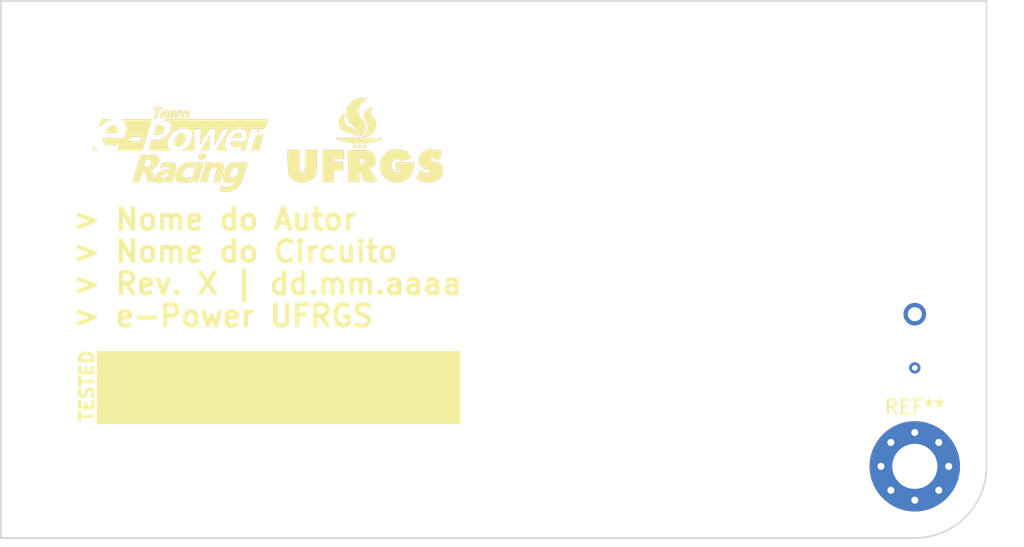
<source format=kicad_pcb>
(kicad_pcb (version 20171130) (host pcbnew "(5.1.5)-3")

  (general
    (thickness 1.6)
    (drawings 18)
    (tracks 2)
    (zones 0)
    (modules 5)
    (nets 1)
  )

  (page User 210.007 148.006)
  (layers
    (0 F.Cu signal)
    (31 B.Cu signal)
    (32 B.Adhes user)
    (33 F.Adhes user)
    (34 B.Paste user)
    (35 F.Paste user)
    (36 B.SilkS user)
    (37 F.SilkS user)
    (38 B.Mask user)
    (39 F.Mask user)
    (40 Dwgs.User user)
    (41 Cmts.User user)
    (42 Eco1.User user)
    (43 Eco2.User user)
    (44 Edge.Cuts user)
    (45 Margin user)
    (46 B.CrtYd user)
    (47 F.CrtYd user)
    (48 B.Fab user)
    (49 F.Fab user)
  )

  (setup
    (last_trace_width 0.25)
    (trace_clearance 0.2)
    (zone_clearance 0.508)
    (zone_45_only no)
    (trace_min 0.2)
    (via_size 0.8)
    (via_drill 0.4)
    (via_min_size 0.4)
    (via_min_drill 0.3)
    (uvia_size 0.3)
    (uvia_drill 0.1)
    (uvias_allowed no)
    (uvia_min_size 0.2)
    (uvia_min_drill 0.1)
    (edge_width 0.05)
    (segment_width 0.2)
    (pcb_text_width 0.3)
    (pcb_text_size 1.5 1.5)
    (mod_edge_width 0.12)
    (mod_text_size 1 1)
    (mod_text_width 0.15)
    (pad_size 1.524 1.524)
    (pad_drill 0.762)
    (pad_to_mask_clearance 0.051)
    (solder_mask_min_width 0.25)
    (aux_axis_origin 0 0)
    (visible_elements 7FF9FFFF)
    (pcbplotparams
      (layerselection 0x010fc_ffffffff)
      (usegerberextensions false)
      (usegerberattributes false)
      (usegerberadvancedattributes false)
      (creategerberjobfile false)
      (excludeedgelayer true)
      (linewidth 0.150000)
      (plotframeref false)
      (viasonmask false)
      (mode 1)
      (useauxorigin false)
      (hpglpennumber 1)
      (hpglpenspeed 20)
      (hpglpendiameter 15.000000)
      (psnegative false)
      (psa4output false)
      (plotreference true)
      (plotvalue true)
      (plotinvisibletext false)
      (padsonsilk false)
      (subtractmaskfromsilk false)
      (outputformat 1)
      (mirror false)
      (drillshape 1)
      (scaleselection 1)
      (outputdirectory ""))
  )

  (net 0 "")

  (net_class Default "This is the default net class."
    (clearance 0.2)
    (trace_width 0.25)
    (via_dia 0.8)
    (via_drill 0.4)
    (uvia_dia 0.3)
    (uvia_drill 0.1)
  )

  (module e-Power:MountingHole_3.2mm_M3_Pad_Via (layer F.Cu) (tedit 5F1787FB) (tstamp 5F180DC2)
    (at 172.72 83.82)
    (descr "Mounting Hole 3.2mm, M3, added vias")
    (tags "mounting hole 3.2mm m3")
    (attr virtual)
    (fp_text reference REF** (at 0 -4.2) (layer F.SilkS)
      (effects (font (size 1 1) (thickness 0.15)))
    )
    (fp_text value MountingHole_3.2mm_M3_Pad_Via (at 0 4.2) (layer F.Fab)
      (effects (font (size 1 1) (thickness 0.15)))
    )
    (fp_circle (center 0 0) (end 3.45 0) (layer F.CrtYd) (width 0.05))
    (fp_text user %R (at 0.3 0) (layer F.Fab)
      (effects (font (size 1 1) (thickness 0.15)))
    )
    (pad 1 thru_hole circle (at 1.697056 -1.697056) (size 0.8 0.8) (drill 0.5) (layers *.Cu *.Mask))
    (pad 1 thru_hole circle (at 0 -2.4) (size 0.8 0.8) (drill 0.5) (layers *.Cu *.Mask))
    (pad 1 thru_hole circle (at -1.697056 -1.697056) (size 0.8 0.8) (drill 0.5) (layers *.Cu *.Mask))
    (pad 1 thru_hole circle (at -2.4 0) (size 0.8 0.8) (drill 0.5) (layers *.Cu *.Mask))
    (pad 1 thru_hole circle (at -1.697056 1.697056) (size 0.8 0.8) (drill 0.5) (layers *.Cu *.Mask))
    (pad 1 thru_hole circle (at 0 2.4) (size 0.8 0.8) (drill 0.5) (layers *.Cu *.Mask))
    (pad 1 thru_hole circle (at 1.697056 1.697056) (size 0.8 0.8) (drill 0.5) (layers *.Cu *.Mask))
    (pad 1 thru_hole circle (at 2.4 0) (size 0.8 0.8) (drill 0.5) (layers *.Cu *.Mask))
    (pad 1 thru_hole circle (at 0 0) (size 6.4 6.4) (drill 3.2) (layers *.Cu *.Mask))
  )

  (module e-Power:Logo_UFRGS_11.0x6.0mm_Silk (layer F.Cu) (tedit 5F17764B) (tstamp 5F17FDFB)
    (at 133.35 61.341)
    (tags "logo UFRGS")
    (attr virtual)
    (fp_text reference G*** (at -2.6162 3.6576) (layer F.SilkS) hide
      (effects (font (size 1.524 1.524) (thickness 0.3)))
    )
    (fp_text value LOGO (at 3.2258 3.6576) (layer F.SilkS) hide
      (effects (font (size 1.524 1.524) (thickness 0.3)))
    )
    (fp_poly (pts (xy -1.074811 -2.526567) (xy -1.075094 -2.435192) (xy -1.081277 -2.376111) (xy -1.095145 -2.143688)
      (xy -1.068669 -1.958321) (xy -0.996838 -1.810632) (xy -0.874638 -1.691245) (xy -0.697059 -1.590784)
      (xy -0.650662 -1.570543) (xy -0.446131 -1.471587) (xy -0.301487 -1.369242) (xy -0.210084 -1.257724)
      (xy -0.169392 -1.151874) (xy -0.15663 -1.051684) (xy -0.168515 -0.99201) (xy -0.200858 -0.981939)
      (xy -0.234507 -1.010561) (xy -0.338075 -1.092971) (xy -0.493451 -1.1496) (xy -0.650148 -1.176979)
      (xy -0.905353 -1.232547) (xy -1.11427 -1.329465) (xy -1.273641 -1.463415) (xy -1.380212 -1.630079)
      (xy -1.430726 -1.825139) (xy -1.421928 -2.044278) (xy -1.393786 -2.163147) (xy -1.354894 -2.251918)
      (xy -1.293052 -2.352719) (xy -1.221222 -2.44853) (xy -1.152369 -2.522332) (xy -1.099457 -2.557104)
      (xy -1.093094 -2.55791) (xy -1.074811 -2.526567)) (layer F.SilkS) (width 0.01))
    (fp_poly (pts (xy 0.207663 -3.62948) (xy 0.333263 -3.620749) (xy 0.441191 -3.605567) (xy 0.510369 -3.585608)
      (xy 0.520832 -3.578533) (xy 0.502479 -3.555246) (xy 0.441321 -3.508054) (xy 0.36462 -3.456345)
      (xy 0.166268 -3.295174) (xy 0.025761 -3.104868) (xy -0.05474 -2.889098) (xy -0.074458 -2.710443)
      (xy -0.050281 -2.505117) (xy 0.029569 -2.319466) (xy 0.144669 -2.167432) (xy 0.252007 -2.025104)
      (xy 0.342317 -1.861653) (xy 0.405467 -1.698903) (xy 0.431322 -1.558678) (xy 0.431475 -1.549829)
      (xy 0.401022 -1.363261) (xy 0.31639 -1.184667) (xy 0.189095 -1.032831) (xy 0.057292 -0.939535)
      (xy -0.034255 -0.891718) (xy -0.034255 -1.043703) (xy -0.05982 -1.218772) (xy -0.139695 -1.383193)
      (xy -0.278649 -1.545441) (xy -0.355539 -1.614777) (xy -0.551666 -1.790902) (xy -0.696441 -1.947353)
      (xy -0.79675 -2.096725) (xy -0.859478 -2.251613) (xy -0.891509 -2.424614) (xy -0.899786 -2.61042)
      (xy -0.887787 -2.799991) (xy -0.846021 -2.95761) (xy -0.765836 -3.102584) (xy -0.638578 -3.254221)
      (xy -0.588214 -3.305603) (xy -0.419153 -3.452789) (xy -0.251041 -3.550392) (xy -0.060933 -3.610975)
      (xy -0.012242 -3.620889) (xy 0.085468 -3.630085) (xy 0.207663 -3.62948)) (layer F.SilkS) (width 0.01))
    (fp_poly (pts (xy 0.918281 -2.924372) (xy 0.86801 -2.866172) (xy 0.857837 -2.85591) (xy 0.78133 -2.741451)
      (xy 0.769766 -2.61551) (xy 0.823235 -2.477402) (xy 0.925336 -2.343973) (xy 1.050032 -2.194881)
      (xy 1.127615 -2.06244) (xy 1.16677 -1.926978) (xy 1.176265 -1.775603) (xy 1.154491 -1.567875)
      (xy 1.087818 -1.390015) (xy 0.967322 -1.219592) (xy 0.944973 -1.1943) (xy 0.758845 -1.032755)
      (xy 0.54842 -0.932786) (xy 0.46509 -0.91165) (xy 0.365655 -0.890966) (xy 0.284729 -0.872701)
      (xy 0.281997 -0.872031) (xy 0.263077 -0.879339) (xy 0.296881 -0.922188) (xy 0.358169 -0.978201)
      (xy 0.506637 -1.135076) (xy 0.595145 -1.304654) (xy 0.630303 -1.5008) (xy 0.631538 -1.551674)
      (xy 0.626756 -1.662244) (xy 0.607067 -1.753972) (xy 0.564456 -1.851551) (xy 0.49462 -1.97353)
      (xy 0.394176 -2.165428) (xy 0.344177 -2.329637) (xy 0.341898 -2.478535) (xy 0.363391 -2.56901)
      (xy 0.435778 -2.698565) (xy 0.553362 -2.815442) (xy 0.695063 -2.900655) (xy 0.755464 -2.922095)
      (xy 0.866408 -2.949489) (xy 0.919214 -2.951196) (xy 0.918281 -2.924372)) (layer F.SilkS) (width 0.01))
    (fp_poly (pts (xy 0.01568 -0.789286) (xy 0.41012 -0.78903) (xy 0.741466 -0.788489) (xy 1.013203 -0.787136)
      (xy 1.228815 -0.78444) (xy 1.391788 -0.779872) (xy 1.505606 -0.772901) (xy 1.573753 -0.763)
      (xy 1.599715 -0.749637) (xy 1.586976 -0.732284) (xy 1.539021 -0.71041) (xy 1.459336 -0.683487)
      (xy 1.351404 -0.650984) (xy 1.21871 -0.612372) (xy 1.205359 -0.608488) (xy 0.783358 -0.508719)
      (xy 0.350702 -0.449355) (xy -0.073588 -0.431985) (xy -0.470488 -0.458203) (xy -0.51598 -0.464443)
      (xy -0.682865 -0.494645) (xy -0.884412 -0.53993) (xy -1.097646 -0.594319) (xy -1.299594 -0.651831)
      (xy -1.467281 -0.706487) (xy -1.515644 -0.724631) (xy -1.682092 -0.790445) (xy 0.01568 -0.789286)) (layer F.SilkS) (width 0.01))
    (fp_poly (pts (xy 0.438919 -0.286771) (xy 0.45906 -0.251003) (xy 0.450291 -0.184038) (xy 0.413456 -0.1215)
      (xy 0.367507 -0.094476) (xy 0.325783 -0.11229) (xy 0.280037 -0.142461) (xy 0.2364 -0.190456)
      (xy 0.248155 -0.243597) (xy 0.252335 -0.250652) (xy 0.308383 -0.297758) (xy 0.379478 -0.309813)
      (xy 0.438919 -0.286771)) (layer F.SilkS) (width 0.01))
    (fp_poly (pts (xy 0.103805 -0.286024) (xy 0.129502 -0.225874) (xy 0.104631 -0.151943) (xy 0.097576 -0.142812)
      (xy 0.029578 -0.097847) (xy -0.040914 -0.11873) (xy -0.06986 -0.147201) (xy -0.092969 -0.214742)
      (xy -0.06279 -0.274927) (xy 0.008421 -0.308716) (xy 0.035497 -0.310859) (xy 0.103805 -0.286024)) (layer F.SilkS) (width 0.01))
    (fp_poly (pts (xy -0.229091 -0.286024) (xy -0.203395 -0.225874) (xy -0.228265 -0.151943) (xy -0.23532 -0.142812)
      (xy -0.303319 -0.097847) (xy -0.373811 -0.11873) (xy -0.402757 -0.147201) (xy -0.425866 -0.214742)
      (xy -0.395686 -0.274927) (xy -0.324475 -0.308716) (xy -0.2974 -0.310859) (xy -0.229091 -0.286024)) (layer F.SilkS) (width 0.01))
    (fp_poly (pts (xy -0.092512 0.044046) (xy 0.138409 0.04836) (xy 0.313538 0.0533) (xy 0.443659 0.060036)
      (xy 0.53956 0.069738) (xy 0.612023 0.083575) (xy 0.671835 0.102717) (xy 0.72978 0.128335)
      (xy 0.742721 0.134647) (xy 0.917399 0.25465) (xy 1.040896 0.414861) (xy 1.110822 0.61018)
      (xy 1.124782 0.83551) (xy 1.114927 0.927865) (xy 1.081433 1.053181) (xy 1.013133 1.159381)
      (xy 0.96526 1.210827) (xy 0.880893 1.282591) (xy 0.802953 1.328287) (xy 0.768613 1.336978)
      (xy 0.712346 1.343451) (xy 0.698117 1.353186) (xy 0.715481 1.385139) (xy 0.763382 1.462649)
      (xy 0.835531 1.575805) (xy 0.92564 1.714693) (xy 0.981079 1.799222) (xy 1.078505 1.948445)
      (xy 1.161435 2.077811) (xy 1.223569 2.177305) (xy 1.258605 2.236908) (xy 1.264041 2.24907)
      (xy 1.23283 2.256573) (xy 1.147504 2.262794) (xy 1.020522 2.267149) (xy 0.864345 2.269051)
      (xy 0.838204 2.269089) (xy 0.412368 2.269089) (xy 0.01568 1.520071) (xy -0.003146 2.269089)
      (xy -0.766627 2.269089) (xy -0.766627 1.079428) (xy -0.000965 1.079428) (xy 0.136773 1.060953)
      (xy 0.237081 1.036994) (xy 0.314317 1.000554) (xy 0.326524 0.990466) (xy 0.362265 0.922596)
      (xy 0.378453 0.8284) (xy 0.378537 0.82168) (xy 0.353853 0.707471) (xy 0.27902 0.636113)
      (xy 0.152869 0.606613) (xy 0.123871 0.605665) (xy -0.000965 0.604606) (xy -0.000965 1.079428)
      (xy -0.766627 1.079428) (xy -0.766627 0.032764) (xy -0.092512 0.044046)) (layer F.SilkS) (width 0.01))
    (fp_poly (pts (xy -1.099524 0.637896) (xy -1.798606 0.637896) (xy -1.798606 0.904213) (xy -1.166103 0.904213)
      (xy -1.166103 1.470137) (xy -1.798606 1.470137) (xy -1.798606 2.269089) (xy -2.597558 2.269089)
      (xy -2.597558 0.038682) (xy -1.099524 0.038682) (xy -1.099524 0.637896)) (layer F.SilkS) (width 0.01))
    (fp_poly (pts (xy 5.332477 0.004005) (xy 5.591695 0.068864) (xy 5.704929 0.110565) (xy 5.793212 0.147659)
      (xy 5.837196 0.171957) (xy 5.835644 0.209674) (xy 5.814537 0.291161) (xy 5.780091 0.398796)
      (xy 5.738527 0.514963) (xy 5.696061 0.62204) (xy 5.658912 0.702409) (xy 5.638852 0.733952)
      (xy 5.606121 0.727147) (xy 5.54589 0.693597) (xy 5.424826 0.633061) (xy 5.295941 0.598515)
      (xy 5.173852 0.58984) (xy 5.073176 0.606921) (xy 5.008529 0.64964) (xy 4.992482 0.698026)
      (xy 5.008875 0.748115) (xy 5.063836 0.791852) (xy 5.166036 0.833704) (xy 5.324144 0.878136)
      (xy 5.358668 0.886621) (xy 5.571865 0.957252) (xy 5.726783 1.054731) (xy 5.828193 1.184521)
      (xy 5.880869 1.352085) (xy 5.891302 1.496381) (xy 5.862503 1.729097) (xy 5.77805 1.927371)
      (xy 5.640861 2.088415) (xy 5.453855 2.209444) (xy 5.219948 2.287673) (xy 5.033709 2.315158)
      (xy 4.889756 2.318913) (xy 4.740205 2.310351) (xy 4.676628 2.301749) (xy 4.571805 2.276685)
      (xy 4.448699 2.237759) (xy 4.323346 2.191375) (xy 4.211777 2.143937) (xy 4.130026 2.101846)
      (xy 4.094127 2.071507) (xy 4.093661 2.068933) (xy 4.105772 2.028437) (xy 4.138203 1.942005)
      (xy 4.185103 1.82492) (xy 4.210992 1.76243) (xy 4.328322 1.482143) (xy 4.547896 1.592654)
      (xy 4.73268 1.671239) (xy 4.877677 1.699901) (xy 4.986757 1.678982) (xy 5.042416 1.636585)
      (xy 5.082484 1.583587) (xy 5.075825 1.543467) (xy 5.047117 1.508621) (xy 4.984736 1.467826)
      (xy 4.882663 1.427528) (xy 4.800608 1.405258) (xy 4.572128 1.335826) (xy 4.402533 1.239109)
      (xy 4.288538 1.111657) (xy 4.22686 0.950019) (xy 4.213044 0.787699) (xy 4.245635 0.567398)
      (xy 4.332352 0.37712) (xy 4.466184 0.220521) (xy 4.640123 0.101255) (xy 4.847157 0.022977)
      (xy 5.080278 -0.010658) (xy 5.332477 0.004005)) (layer F.SilkS) (width 0.01))
    (fp_poly (pts (xy 2.977379 0.027908) (xy 3.216691 0.111204) (xy 3.337486 0.18345) (xy 3.465032 0.283917)
      (xy 3.577985 0.393751) (xy 3.655 0.494096) (xy 3.659757 0.50261) (xy 3.675912 0.531366)
      (xy 3.681961 0.552945) (xy 3.668962 0.572479) (xy 3.627972 0.595099) (xy 3.550049 0.625938)
      (xy 3.426249 0.670127) (xy 3.276114 0.722777) (xy 3.007845 0.817086) (xy 2.938284 0.747525)
      (xy 2.818757 0.670642) (xy 2.680927 0.647372) (xy 2.5424 0.675263) (xy 2.42078 0.751862)
      (xy 2.358039 0.828367) (xy 2.300775 0.972548) (xy 2.279019 1.14461) (xy 2.293226 1.317243)
      (xy 2.343851 1.463138) (xy 2.347364 1.469271) (xy 2.437961 1.5711) (xy 2.55775 1.635824)
      (xy 2.689472 1.661286) (xy 2.81587 1.645331) (xy 2.919684 1.585803) (xy 2.953901 1.545039)
      (xy 2.979046 1.502579) (xy 2.974507 1.480262) (xy 2.928361 1.471608) (xy 2.828684 1.470138)
      (xy 2.81607 1.470137) (xy 2.628917 1.470137) (xy 2.628917 0.937503) (xy 3.870147 0.937503)
      (xy 3.852018 1.202002) (xy 3.802713 1.48668) (xy 3.70001 1.736969) (xy 3.549961 1.948458)
      (xy 3.358618 2.116736) (xy 3.132032 2.237393) (xy 2.876254 2.306018) (xy 2.597335 2.3182)
      (xy 2.365826 2.285287) (xy 2.113771 2.196189) (xy 1.889634 2.051188) (xy 1.704087 1.85869)
      (xy 1.589607 1.674112) (xy 1.54962 1.576558) (xy 1.523835 1.466632) (xy 1.508595 1.324278)
      (xy 1.502271 1.195461) (xy 1.498403 1.039933) (xy 1.502212 0.929144) (xy 1.517237 0.84138)
      (xy 1.547015 0.754931) (xy 1.589554 0.659877) (xy 1.733403 0.421447) (xy 1.918061 0.235148)
      (xy 2.145044 0.099837) (xy 2.415867 0.014371) (xy 2.456243 0.006521) (xy 2.712385 -0.009607)
      (xy 2.977379 0.027908)) (layer F.SilkS) (width 0.01))
    (fp_poly (pts (xy -4.26204 0.763647) (xy -4.261322 1.010277) (xy -4.258793 1.198979) (xy -4.253893 1.338393)
      (xy -4.246062 1.437159) (xy -4.23474 1.503915) (xy -4.219366 1.547302) (xy -4.210218 1.562599)
      (xy -4.132432 1.621944) (xy -4.029929 1.637011) (xy -3.927978 1.607499) (xy -3.876046 1.566588)
      (xy -3.85506 1.538339) (xy -3.838997 1.499971) (xy -3.827029 1.442494) (xy -3.818329 1.356921)
      (xy -3.812069 1.234263) (xy -3.807423 1.065532) (xy -3.803563 0.841738) (xy -3.802505 0.767637)
      (xy -3.792381 0.038682) (xy -2.989294 0.038682) (xy -3.006022 0.812666) (xy -3.012442 1.041333)
      (xy -3.021178 1.253708) (xy -3.03155 1.4386) (xy -3.042883 1.584817) (xy -3.054499 1.68117)
      (xy -3.060126 1.706906) (xy -3.153198 1.899049) (xy -3.298137 2.061212) (xy -3.48515 2.188536)
      (xy -3.704444 2.276158) (xy -3.946226 2.319218) (xy -4.200704 2.312855) (xy -4.26204 2.30353)
      (xy -4.508643 2.232092) (xy -4.71745 2.114557) (xy -4.881001 1.956164) (xy -4.974483 1.803033)
      (xy -4.996386 1.750237) (xy -5.013393 1.692725) (xy -5.026296 1.621115) (xy -5.035886 1.526027)
      (xy -5.042954 1.39808) (xy -5.048291 1.227893) (xy -5.052688 1.006083) (xy -5.055179 0.845956)
      (xy -5.067039 0.038682) (xy -4.26204 0.038682) (xy -4.26204 0.763647)) (layer F.SilkS) (width 0.01))
  )

  (module e-Power:Logo_UFRGS_11.0x6.0mm_Copper (layer F.Cu) (tedit 5F1775DC) (tstamp 5F17FC1D)
    (at 133.35 61.341)
    (tags "logo UFRGS")
    (fp_text reference G*** (at -2.6162 3.6576) (layer F.SilkS) hide
      (effects (font (size 1.524 1.524) (thickness 0.3)))
    )
    (fp_text value LOGO (at 3.2258 3.6576) (layer F.SilkS) hide
      (effects (font (size 1.524 1.524) (thickness 0.3)))
    )
    (fp_poly (pts (xy -1.074811 -2.526567) (xy -1.075094 -2.435192) (xy -1.081277 -2.376111) (xy -1.095145 -2.143688)
      (xy -1.068669 -1.958321) (xy -0.996838 -1.810632) (xy -0.874638 -1.691245) (xy -0.697059 -1.590784)
      (xy -0.650662 -1.570543) (xy -0.446131 -1.471587) (xy -0.301487 -1.369242) (xy -0.210084 -1.257724)
      (xy -0.169392 -1.151874) (xy -0.15663 -1.051684) (xy -0.168515 -0.99201) (xy -0.200858 -0.981939)
      (xy -0.234507 -1.010561) (xy -0.338075 -1.092971) (xy -0.493451 -1.1496) (xy -0.650148 -1.176979)
      (xy -0.905353 -1.232547) (xy -1.11427 -1.329465) (xy -1.273641 -1.463415) (xy -1.380212 -1.630079)
      (xy -1.430726 -1.825139) (xy -1.421928 -2.044278) (xy -1.393786 -2.163147) (xy -1.354894 -2.251918)
      (xy -1.293052 -2.352719) (xy -1.221222 -2.44853) (xy -1.152369 -2.522332) (xy -1.099457 -2.557104)
      (xy -1.093094 -2.55791) (xy -1.074811 -2.526567)) (layer F.Cu) (width 0.01))
    (fp_poly (pts (xy 0.207663 -3.62948) (xy 0.333263 -3.620749) (xy 0.441191 -3.605567) (xy 0.510369 -3.585608)
      (xy 0.520832 -3.578533) (xy 0.502479 -3.555246) (xy 0.441321 -3.508054) (xy 0.36462 -3.456345)
      (xy 0.166268 -3.295174) (xy 0.025761 -3.104868) (xy -0.05474 -2.889098) (xy -0.074458 -2.710443)
      (xy -0.050281 -2.505117) (xy 0.029569 -2.319466) (xy 0.144669 -2.167432) (xy 0.252007 -2.025104)
      (xy 0.342317 -1.861653) (xy 0.405467 -1.698903) (xy 0.431322 -1.558678) (xy 0.431475 -1.549829)
      (xy 0.401022 -1.363261) (xy 0.31639 -1.184667) (xy 0.189095 -1.032831) (xy 0.057292 -0.939535)
      (xy -0.034255 -0.891718) (xy -0.034255 -1.043703) (xy -0.05982 -1.218772) (xy -0.139695 -1.383193)
      (xy -0.278649 -1.545441) (xy -0.355539 -1.614777) (xy -0.551666 -1.790902) (xy -0.696441 -1.947353)
      (xy -0.79675 -2.096725) (xy -0.859478 -2.251613) (xy -0.891509 -2.424614) (xy -0.899786 -2.61042)
      (xy -0.887787 -2.799991) (xy -0.846021 -2.95761) (xy -0.765836 -3.102584) (xy -0.638578 -3.254221)
      (xy -0.588214 -3.305603) (xy -0.419153 -3.452789) (xy -0.251041 -3.550392) (xy -0.060933 -3.610975)
      (xy -0.012242 -3.620889) (xy 0.085468 -3.630085) (xy 0.207663 -3.62948)) (layer F.Cu) (width 0.01))
    (fp_poly (pts (xy 0.918281 -2.924372) (xy 0.86801 -2.866172) (xy 0.857837 -2.85591) (xy 0.78133 -2.741451)
      (xy 0.769766 -2.61551) (xy 0.823235 -2.477402) (xy 0.925336 -2.343973) (xy 1.050032 -2.194881)
      (xy 1.127615 -2.06244) (xy 1.16677 -1.926978) (xy 1.176265 -1.775603) (xy 1.154491 -1.567875)
      (xy 1.087818 -1.390015) (xy 0.967322 -1.219592) (xy 0.944973 -1.1943) (xy 0.758845 -1.032755)
      (xy 0.54842 -0.932786) (xy 0.46509 -0.91165) (xy 0.365655 -0.890966) (xy 0.284729 -0.872701)
      (xy 0.281997 -0.872031) (xy 0.263077 -0.879339) (xy 0.296881 -0.922188) (xy 0.358169 -0.978201)
      (xy 0.506637 -1.135076) (xy 0.595145 -1.304654) (xy 0.630303 -1.5008) (xy 0.631538 -1.551674)
      (xy 0.626756 -1.662244) (xy 0.607067 -1.753972) (xy 0.564456 -1.851551) (xy 0.49462 -1.97353)
      (xy 0.394176 -2.165428) (xy 0.344177 -2.329637) (xy 0.341898 -2.478535) (xy 0.363391 -2.56901)
      (xy 0.435778 -2.698565) (xy 0.553362 -2.815442) (xy 0.695063 -2.900655) (xy 0.755464 -2.922095)
      (xy 0.866408 -2.949489) (xy 0.919214 -2.951196) (xy 0.918281 -2.924372)) (layer F.Cu) (width 0.01))
    (fp_poly (pts (xy 0.01568 -0.789286) (xy 0.41012 -0.78903) (xy 0.741466 -0.788489) (xy 1.013203 -0.787136)
      (xy 1.228815 -0.78444) (xy 1.391788 -0.779872) (xy 1.505606 -0.772901) (xy 1.573753 -0.763)
      (xy 1.599715 -0.749637) (xy 1.586976 -0.732284) (xy 1.539021 -0.71041) (xy 1.459336 -0.683487)
      (xy 1.351404 -0.650984) (xy 1.21871 -0.612372) (xy 1.205359 -0.608488) (xy 0.783358 -0.508719)
      (xy 0.350702 -0.449355) (xy -0.073588 -0.431985) (xy -0.470488 -0.458203) (xy -0.51598 -0.464443)
      (xy -0.682865 -0.494645) (xy -0.884412 -0.53993) (xy -1.097646 -0.594319) (xy -1.299594 -0.651831)
      (xy -1.467281 -0.706487) (xy -1.515644 -0.724631) (xy -1.682092 -0.790445) (xy 0.01568 -0.789286)) (layer F.Cu) (width 0.01))
    (fp_poly (pts (xy 0.438919 -0.286771) (xy 0.45906 -0.251003) (xy 0.450291 -0.184038) (xy 0.413456 -0.1215)
      (xy 0.367507 -0.094476) (xy 0.325783 -0.11229) (xy 0.280037 -0.142461) (xy 0.2364 -0.190456)
      (xy 0.248155 -0.243597) (xy 0.252335 -0.250652) (xy 0.308383 -0.297758) (xy 0.379478 -0.309813)
      (xy 0.438919 -0.286771)) (layer F.Cu) (width 0.01))
    (fp_poly (pts (xy 0.103805 -0.286024) (xy 0.129502 -0.225874) (xy 0.104631 -0.151943) (xy 0.097576 -0.142812)
      (xy 0.029578 -0.097847) (xy -0.040914 -0.11873) (xy -0.06986 -0.147201) (xy -0.092969 -0.214742)
      (xy -0.06279 -0.274927) (xy 0.008421 -0.308716) (xy 0.035497 -0.310859) (xy 0.103805 -0.286024)) (layer F.Cu) (width 0.01))
    (fp_poly (pts (xy -0.229091 -0.286024) (xy -0.203395 -0.225874) (xy -0.228265 -0.151943) (xy -0.23532 -0.142812)
      (xy -0.303319 -0.097847) (xy -0.373811 -0.11873) (xy -0.402757 -0.147201) (xy -0.425866 -0.214742)
      (xy -0.395686 -0.274927) (xy -0.324475 -0.308716) (xy -0.2974 -0.310859) (xy -0.229091 -0.286024)) (layer F.Cu) (width 0.01))
    (fp_poly (pts (xy -0.092512 0.044046) (xy 0.138409 0.04836) (xy 0.313538 0.0533) (xy 0.443659 0.060036)
      (xy 0.53956 0.069738) (xy 0.612023 0.083575) (xy 0.671835 0.102717) (xy 0.72978 0.128335)
      (xy 0.742721 0.134647) (xy 0.917399 0.25465) (xy 1.040896 0.414861) (xy 1.110822 0.61018)
      (xy 1.124782 0.83551) (xy 1.114927 0.927865) (xy 1.081433 1.053181) (xy 1.013133 1.159381)
      (xy 0.96526 1.210827) (xy 0.880893 1.282591) (xy 0.802953 1.328287) (xy 0.768613 1.336978)
      (xy 0.712346 1.343451) (xy 0.698117 1.353186) (xy 0.715481 1.385139) (xy 0.763382 1.462649)
      (xy 0.835531 1.575805) (xy 0.92564 1.714693) (xy 0.981079 1.799222) (xy 1.078505 1.948445)
      (xy 1.161435 2.077811) (xy 1.223569 2.177305) (xy 1.258605 2.236908) (xy 1.264041 2.24907)
      (xy 1.23283 2.256573) (xy 1.147504 2.262794) (xy 1.020522 2.267149) (xy 0.864345 2.269051)
      (xy 0.838204 2.269089) (xy 0.412368 2.269089) (xy 0.01568 1.520071) (xy -0.003146 2.269089)
      (xy -0.766627 2.269089) (xy -0.766627 1.079428) (xy -0.000965 1.079428) (xy 0.136773 1.060953)
      (xy 0.237081 1.036994) (xy 0.314317 1.000554) (xy 0.326524 0.990466) (xy 0.362265 0.922596)
      (xy 0.378453 0.8284) (xy 0.378537 0.82168) (xy 0.353853 0.707471) (xy 0.27902 0.636113)
      (xy 0.152869 0.606613) (xy 0.123871 0.605665) (xy -0.000965 0.604606) (xy -0.000965 1.079428)
      (xy -0.766627 1.079428) (xy -0.766627 0.032764) (xy -0.092512 0.044046)) (layer F.Cu) (width 0.01))
    (fp_poly (pts (xy -1.099524 0.637896) (xy -1.798606 0.637896) (xy -1.798606 0.904213) (xy -1.166103 0.904213)
      (xy -1.166103 1.470137) (xy -1.798606 1.470137) (xy -1.798606 2.269089) (xy -2.597558 2.269089)
      (xy -2.597558 0.038682) (xy -1.099524 0.038682) (xy -1.099524 0.637896)) (layer F.Cu) (width 0.01))
    (fp_poly (pts (xy 5.332477 0.004005) (xy 5.591695 0.068864) (xy 5.704929 0.110565) (xy 5.793212 0.147659)
      (xy 5.837196 0.171957) (xy 5.835644 0.209674) (xy 5.814537 0.291161) (xy 5.780091 0.398796)
      (xy 5.738527 0.514963) (xy 5.696061 0.62204) (xy 5.658912 0.702409) (xy 5.638852 0.733952)
      (xy 5.606121 0.727147) (xy 5.54589 0.693597) (xy 5.424826 0.633061) (xy 5.295941 0.598515)
      (xy 5.173852 0.58984) (xy 5.073176 0.606921) (xy 5.008529 0.64964) (xy 4.992482 0.698026)
      (xy 5.008875 0.748115) (xy 5.063836 0.791852) (xy 5.166036 0.833704) (xy 5.324144 0.878136)
      (xy 5.358668 0.886621) (xy 5.571865 0.957252) (xy 5.726783 1.054731) (xy 5.828193 1.184521)
      (xy 5.880869 1.352085) (xy 5.891302 1.496381) (xy 5.862503 1.729097) (xy 5.77805 1.927371)
      (xy 5.640861 2.088415) (xy 5.453855 2.209444) (xy 5.219948 2.287673) (xy 5.033709 2.315158)
      (xy 4.889756 2.318913) (xy 4.740205 2.310351) (xy 4.676628 2.301749) (xy 4.571805 2.276685)
      (xy 4.448699 2.237759) (xy 4.323346 2.191375) (xy 4.211777 2.143937) (xy 4.130026 2.101846)
      (xy 4.094127 2.071507) (xy 4.093661 2.068933) (xy 4.105772 2.028437) (xy 4.138203 1.942005)
      (xy 4.185103 1.82492) (xy 4.210992 1.76243) (xy 4.328322 1.482143) (xy 4.547896 1.592654)
      (xy 4.73268 1.671239) (xy 4.877677 1.699901) (xy 4.986757 1.678982) (xy 5.042416 1.636585)
      (xy 5.082484 1.583587) (xy 5.075825 1.543467) (xy 5.047117 1.508621) (xy 4.984736 1.467826)
      (xy 4.882663 1.427528) (xy 4.800608 1.405258) (xy 4.572128 1.335826) (xy 4.402533 1.239109)
      (xy 4.288538 1.111657) (xy 4.22686 0.950019) (xy 4.213044 0.787699) (xy 4.245635 0.567398)
      (xy 4.332352 0.37712) (xy 4.466184 0.220521) (xy 4.640123 0.101255) (xy 4.847157 0.022977)
      (xy 5.080278 -0.010658) (xy 5.332477 0.004005)) (layer F.Cu) (width 0.01))
    (fp_poly (pts (xy 2.977379 0.027908) (xy 3.216691 0.111204) (xy 3.337486 0.18345) (xy 3.465032 0.283917)
      (xy 3.577985 0.393751) (xy 3.655 0.494096) (xy 3.659757 0.50261) (xy 3.675912 0.531366)
      (xy 3.681961 0.552945) (xy 3.668962 0.572479) (xy 3.627972 0.595099) (xy 3.550049 0.625938)
      (xy 3.426249 0.670127) (xy 3.276114 0.722777) (xy 3.007845 0.817086) (xy 2.938284 0.747525)
      (xy 2.818757 0.670642) (xy 2.680927 0.647372) (xy 2.5424 0.675263) (xy 2.42078 0.751862)
      (xy 2.358039 0.828367) (xy 2.300775 0.972548) (xy 2.279019 1.14461) (xy 2.293226 1.317243)
      (xy 2.343851 1.463138) (xy 2.347364 1.469271) (xy 2.437961 1.5711) (xy 2.55775 1.635824)
      (xy 2.689472 1.661286) (xy 2.81587 1.645331) (xy 2.919684 1.585803) (xy 2.953901 1.545039)
      (xy 2.979046 1.502579) (xy 2.974507 1.480262) (xy 2.928361 1.471608) (xy 2.828684 1.470138)
      (xy 2.81607 1.470137) (xy 2.628917 1.470137) (xy 2.628917 0.937503) (xy 3.870147 0.937503)
      (xy 3.852018 1.202002) (xy 3.802713 1.48668) (xy 3.70001 1.736969) (xy 3.549961 1.948458)
      (xy 3.358618 2.116736) (xy 3.132032 2.237393) (xy 2.876254 2.306018) (xy 2.597335 2.3182)
      (xy 2.365826 2.285287) (xy 2.113771 2.196189) (xy 1.889634 2.051188) (xy 1.704087 1.85869)
      (xy 1.589607 1.674112) (xy 1.54962 1.576558) (xy 1.523835 1.466632) (xy 1.508595 1.324278)
      (xy 1.502271 1.195461) (xy 1.498403 1.039933) (xy 1.502212 0.929144) (xy 1.517237 0.84138)
      (xy 1.547015 0.754931) (xy 1.589554 0.659877) (xy 1.733403 0.421447) (xy 1.918061 0.235148)
      (xy 2.145044 0.099837) (xy 2.415867 0.014371) (xy 2.456243 0.006521) (xy 2.712385 -0.009607)
      (xy 2.977379 0.027908)) (layer F.Cu) (width 0.01))
    (fp_poly (pts (xy -4.26204 0.763647) (xy -4.261322 1.010277) (xy -4.258793 1.198979) (xy -4.253893 1.338393)
      (xy -4.246062 1.437159) (xy -4.23474 1.503915) (xy -4.219366 1.547302) (xy -4.210218 1.562599)
      (xy -4.132432 1.621944) (xy -4.029929 1.637011) (xy -3.927978 1.607499) (xy -3.876046 1.566588)
      (xy -3.85506 1.538339) (xy -3.838997 1.499971) (xy -3.827029 1.442494) (xy -3.818329 1.356921)
      (xy -3.812069 1.234263) (xy -3.807423 1.065532) (xy -3.803563 0.841738) (xy -3.802505 0.767637)
      (xy -3.792381 0.038682) (xy -2.989294 0.038682) (xy -3.006022 0.812666) (xy -3.012442 1.041333)
      (xy -3.021178 1.253708) (xy -3.03155 1.4386) (xy -3.042883 1.584817) (xy -3.054499 1.68117)
      (xy -3.060126 1.706906) (xy -3.153198 1.899049) (xy -3.298137 2.061212) (xy -3.48515 2.188536)
      (xy -3.704444 2.276158) (xy -3.946226 2.319218) (xy -4.200704 2.312855) (xy -4.26204 2.30353)
      (xy -4.508643 2.232092) (xy -4.71745 2.114557) (xy -4.881001 1.956164) (xy -4.974483 1.803033)
      (xy -4.996386 1.750237) (xy -5.013393 1.692725) (xy -5.026296 1.621115) (xy -5.035886 1.526027)
      (xy -5.042954 1.39808) (xy -5.048291 1.227893) (xy -5.052688 1.006083) (xy -5.055179 0.845956)
      (xy -5.067039 0.038682) (xy -4.26204 0.038682) (xy -4.26204 0.763647)) (layer F.Cu) (width 0.01))
  )

  (module e-Power:Logo_e-Power_12.4x6.0mm_Silk (layer F.Cu) (tedit 5F17736D) (tstamp 5F17F6ED)
    (at 120.65 61.341)
    (attr virtual)
    (fp_text reference G*** (at -2.032 -4.064) (layer F.SilkS) hide
      (effects (font (size 1.524 1.524) (thickness 0.3)))
    )
    (fp_text value e-Power_12.4x6.0mm (at -1.524 -6.35) (layer F.SilkS) hide
      (effects (font (size 1.524 1.524) (thickness 0.3)))
    )
    (fp_poly (pts (xy 2.087294 -0.836083) (xy 2.081965 -0.77343) (xy 2.075819 -0.680903) (xy 2.069612 -0.570932)
      (xy 2.064103 -0.455948) (xy 2.064066 -0.455083) (xy 2.058457 -0.338032) (xy 2.052026 -0.22388)
      (xy 2.045575 -0.125854) (xy 2.040009 -0.058208) (xy 2.027843 0.0635) (xy 1.520893 0.0635)
      (xy 1.589144 -0.058208) (xy 1.632929 -0.135154) (xy 1.688168 -0.230653) (xy 1.744568 -0.32694)
      (xy 1.75776 -0.34925) (xy 1.812844 -0.443049) (xy 1.8785 -0.55614) (xy 1.944534 -0.67092)
      (xy 1.978378 -0.73025) (xy 2.09863 -0.941916) (xy 2.087294 -0.836083)) (layer F.SilkS) (width 0.01))
    (fp_poly (pts (xy -1.525417 -1.713995) (xy -1.382528 -1.704417) (xy -1.275225 -1.676497) (xy -1.200538 -1.629375)
      (xy -1.188283 -1.616455) (xy -1.152345 -1.544775) (xy -1.148119 -1.458056) (xy -1.171638 -1.364042)
      (xy -1.218933 -1.270479) (xy -1.286038 -1.185112) (xy -1.368986 -1.115684) (xy -1.463809 -1.069942)
      (xy -1.469056 -1.068336) (xy -1.532777 -1.05432) (xy -1.610275 -1.044178) (xy -1.690716 -1.038353)
      (xy -1.763264 -1.037291) (xy -1.817085 -1.041436) (xy -1.841344 -1.051233) (xy -1.841763 -1.053041)
      (xy -1.835915 -1.077719) (xy -1.81959 -1.135594) (xy -1.794903 -1.219445) (xy -1.763966 -1.322051)
      (xy -1.742639 -1.391708) (xy -1.643251 -1.7145) (xy -1.525417 -1.713995)) (layer F.SilkS) (width 0.01))
    (fp_poly (pts (xy -5.242793 -2.116234) (xy -4.942417 -2.115802) (xy -5.132917 -2.024327) (xy -5.331561 -1.916527)
      (xy -5.504861 -1.793846) (xy -5.616835 -1.696081) (xy -5.663236 -1.653646) (xy -5.685197 -1.638742)
      (xy -5.688505 -1.649255) (xy -5.682343 -1.672166) (xy -5.669212 -1.716968) (xy -5.648738 -1.789048)
      (xy -5.624759 -1.874855) (xy -5.618014 -1.899225) (xy -5.594532 -1.981279) (xy -5.573854 -2.048211)
      (xy -5.559433 -2.089016) (xy -5.556549 -2.095016) (xy -5.53022 -2.103833) (xy -5.466688 -2.110538)
      (xy -5.371048 -2.114789) (xy -5.248394 -2.11624) (xy -5.242793 -2.116234)) (layer F.SilkS) (width 0.01))
    (fp_poly (pts (xy 4.038931 0.916171) (xy 4.141745 0.945541) (xy 4.221226 0.998975) (xy 4.2517 1.037652)
      (xy 4.280206 1.078297) (xy 4.299597 1.08408) (xy 4.315075 1.052436) (xy 4.327776 1.000125)
      (xy 4.34253 0.931334) (xy 4.552515 0.931334) (xy 4.656188 0.932974) (xy 4.722405 0.938293)
      (xy 4.75593 0.947891) (xy 4.7625 0.957719) (xy 4.755976 0.992307) (xy 4.737662 1.061119)
      (xy 4.709443 1.158315) (xy 4.673203 1.278057) (xy 4.630827 1.414503) (xy 4.584201 1.561815)
      (xy 4.53521 1.714153) (xy 4.485738 1.865678) (xy 4.43767 2.010549) (xy 4.392892 2.142927)
      (xy 4.353288 2.256973) (xy 4.320743 2.346848) (xy 4.297143 2.40671) (xy 4.289419 2.423309)
      (xy 4.185187 2.579017) (xy 4.048476 2.718117) (xy 3.887995 2.833797) (xy 3.712449 2.919243)
      (xy 3.616368 2.94992) (xy 3.484642 2.975642) (xy 3.337181 2.990728) (xy 3.192515 2.994015)
      (xy 3.069177 2.984338) (xy 3.068909 2.984297) (xy 2.959955 2.962992) (xy 2.884375 2.938769)
      (xy 2.845469 2.912937) (xy 2.841953 2.894248) (xy 2.852965 2.862273) (xy 2.872789 2.802257)
      (xy 2.897369 2.726493) (xy 2.900323 2.717308) (xy 2.948771 2.566533) (xy 3.067177 2.621919)
      (xy 3.14692 2.654141) (xy 3.223415 2.671069) (xy 3.316764 2.676683) (xy 3.344333 2.676787)
      (xy 3.512936 2.658563) (xy 3.657859 2.605298) (xy 3.778655 2.517342) (xy 3.874879 2.39504)
      (xy 3.946085 2.238739) (xy 3.958916 2.197885) (xy 3.966116 2.168876) (xy 3.961203 2.159508)
      (xy 3.937765 2.171644) (xy 3.889391 2.207144) (xy 3.866202 2.224809) (xy 3.742691 2.300522)
      (xy 3.612311 2.348078) (xy 3.481767 2.367933) (xy 3.357763 2.360546) (xy 3.247003 2.326377)
      (xy 3.156193 2.265883) (xy 3.092036 2.179523) (xy 3.088299 2.171604) (xy 3.05381 2.047875)
      (xy 3.050567 1.901416) (xy 3.06443 1.819788) (xy 3.508422 1.819788) (xy 3.517467 1.914264)
      (xy 3.532746 1.954009) (xy 3.587471 2.015501) (xy 3.665038 2.044904) (xy 3.759387 2.041059)
      (xy 3.842931 2.013244) (xy 3.950755 1.941499) (xy 4.042239 1.833121) (xy 4.114786 1.691519)
      (xy 4.138073 1.625857) (xy 4.169128 1.508822) (xy 4.177601 1.419809) (xy 4.163166 1.350832)
      (xy 4.125501 1.293902) (xy 4.124561 1.292889) (xy 4.052094 1.244094) (xy 3.962682 1.230171)
      (xy 3.862897 1.250788) (xy 3.759308 1.305614) (xy 3.750698 1.311726) (xy 3.675232 1.384728)
      (xy 3.609875 1.482046) (xy 3.558023 1.593669) (xy 3.523073 1.709586) (xy 3.508422 1.819788)
      (xy 3.06443 1.819788) (xy 3.078352 1.737821) (xy 3.109085 1.63589) (xy 3.196943 1.430728)
      (xy 3.307125 1.259014) (xy 3.442743 1.116476) (xy 3.54365 1.039047) (xy 3.665143 0.972305)
      (xy 3.793165 0.929568) (xy 3.920249 0.910852) (xy 4.038931 0.916171)) (layer F.SilkS) (width 0.01))
    (fp_poly (pts (xy -0.617789 0.918277) (xy -0.50702 0.938878) (xy -0.443788 0.965044) (xy -0.379572 1.009024)
      (xy -0.331912 1.058938) (xy -0.300743 1.119141) (xy -0.285998 1.193985) (xy -0.28761 1.287825)
      (xy -0.305515 1.405013) (xy -0.339645 1.549903) (xy -0.389934 1.726849) (xy -0.430208 1.857779)
      (xy -0.471086 1.988465) (xy -0.507325 2.105155) (xy -0.537114 2.201953) (xy -0.558644 2.272961)
      (xy -0.570106 2.312285) (xy -0.5715 2.318154) (xy -0.591142 2.322506) (xy -0.643973 2.325929)
      (xy -0.720853 2.327967) (xy -0.774878 2.328334) (xy -0.87005 2.328819) (xy -0.929389 2.326413)
      (xy -0.959293 2.315322) (xy -0.966163 2.289755) (xy -0.956399 2.243919) (xy -0.938576 2.180167)
      (xy -0.931431 2.149153) (xy -0.937684 2.143836) (xy -0.963823 2.165717) (xy -0.991697 2.192474)
      (xy -1.093229 2.269463) (xy -1.212511 2.326234) (xy -1.338961 2.360342) (xy -1.461996 2.369344)
      (xy -1.571033 2.350795) (xy -1.608667 2.334955) (xy -1.688886 2.272104) (xy -1.73539 2.185803)
      (xy -1.74768 2.078853) (xy -1.725256 1.954049) (xy -1.722558 1.946813) (xy -1.319641 1.946813)
      (xy -1.308742 2.010662) (xy -1.273048 2.05295) (xy -1.255327 2.060537) (xy -1.174822 2.06729)
      (xy -1.081223 2.051547) (xy -0.994704 2.016995) (xy -0.984658 2.011085) (xy -0.916119 1.951179)
      (xy -0.852729 1.86564) (xy -0.805593 1.770746) (xy -0.792742 1.729732) (xy -0.785791 1.692091)
      (xy -0.796986 1.677405) (xy -0.836359 1.678481) (xy -0.860086 1.681435) (xy -0.935931 1.691094)
      (xy -1.020366 1.701682) (xy -1.037856 1.703851) (xy -1.151272 1.733298) (xy -1.240709 1.788127)
      (xy -1.298862 1.863684) (xy -1.302885 1.872701) (xy -1.319641 1.946813) (xy -1.722558 1.946813)
      (xy -1.692431 1.86604) (xy -1.628466 1.752495) (xy -1.544071 1.660459) (xy -1.434866 1.587488)
      (xy -1.296472 1.531136) (xy -1.124507 1.48896) (xy -0.975197 1.465709) (xy -0.862695 1.450807)
      (xy -0.785301 1.438589) (xy -0.736048 1.427055) (xy -0.707971 1.414205) (xy -0.694104 1.398039)
      (xy -0.68909 1.383553) (xy -0.686429 1.308294) (xy -0.718143 1.251675) (xy -0.780265 1.214388)
      (xy -0.868829 1.197127) (xy -0.979868 1.200585) (xy -1.109418 1.225454) (xy -1.25351 1.272427)
      (xy -1.275413 1.281129) (xy -1.343292 1.305723) (xy -1.383243 1.31367) (xy -1.39119 1.306375)
      (xy -1.380327 1.273567) (xy -1.361849 1.213883) (xy -1.342715 1.150172) (xy -1.320181 1.079013)
      (xy -1.29889 1.036853) (xy -1.268669 1.011923) (xy -1.219345 0.992459) (xy -1.201255 0.986557)
      (xy -1.052605 0.947404) (xy -0.899719 0.9228) (xy -0.751734 0.913004) (xy -0.617789 0.918277)) (layer F.SilkS) (width 0.01))
    (fp_poly (pts (xy 0.883086 0.915977) (xy 0.971318 0.926508) (xy 1.037999 0.942861) (xy 1.074844 0.964554)
      (xy 1.0795 0.976668) (xy 1.073971 1.004041) (xy 1.059768 1.05864) (xy 1.040468 1.128015)
      (xy 1.019647 1.199715) (xy 1.000881 1.261291) (xy 0.987746 1.300293) (xy 0.984525 1.307299)
      (xy 0.964583 1.302642) (xy 0.91798 1.284735) (xy 0.878075 1.267668) (xy 0.750861 1.233994)
      (xy 0.615741 1.240751) (xy 0.476314 1.287633) (xy 0.442427 1.304921) (xy 0.336346 1.377801)
      (xy 0.25664 1.470386) (xy 0.194602 1.593072) (xy 0.188941 1.607643) (xy 0.154771 1.736104)
      (xy 0.15603 1.845566) (xy 0.191932 1.93388) (xy 0.261687 1.998898) (xy 0.345388 2.03381)
      (xy 0.440827 2.043799) (xy 0.553889 2.031892) (xy 0.667685 2.000707) (xy 0.728044 1.974473)
      (xy 0.768831 1.955855) (xy 0.781361 1.958845) (xy 0.777936 1.972768) (xy 0.766515 2.007785)
      (xy 0.748098 2.06947) (xy 0.729267 2.135298) (xy 0.697764 2.224391) (xy 0.663157 2.282289)
      (xy 0.647625 2.29612) (xy 0.574365 2.326847) (xy 0.471568 2.349711) (xy 0.351461 2.363757)
      (xy 0.226273 2.368031) (xy 0.108232 2.361576) (xy 0.016683 2.345401) (xy -0.043468 2.319343)
      (xy -0.114095 2.274696) (xy -0.15785 2.240037) (xy -0.245718 2.136879) (xy -0.295511 2.015553)
      (xy -0.307232 1.875974) (xy -0.280885 1.71806) (xy -0.216472 1.541724) (xy -0.187073 1.479896)
      (xy -0.0767 1.305417) (xy 0.064447 1.158073) (xy 0.232015 1.041377) (xy 0.421649 0.958837)
      (xy 0.480341 0.94174) (xy 0.571931 0.924151) (xy 0.675108 0.914316) (xy 0.781588 0.911752)
      (xy 0.883086 0.915977)) (layer F.SilkS) (width 0.01))
    (fp_poly (pts (xy -2.278542 0.385312) (xy -2.115808 0.388287) (xy -1.989411 0.391803) (xy -1.893357 0.396337)
      (xy -1.82165 0.402369) (xy -1.768295 0.410378) (xy -1.727298 0.420843) (xy -1.698546 0.431657)
      (xy -1.59385 0.4949) (xy -1.525789 0.579103) (xy -1.494257 0.684521) (xy -1.499146 0.81141)
      (xy -1.512545 0.873116) (xy -1.561024 1.008687) (xy -1.633491 1.126291) (xy -1.738353 1.239415)
      (xy -1.74445 1.245059) (xy -1.811418 1.298818) (xy -1.891465 1.351672) (xy -1.97288 1.397048)
      (xy -2.043948 1.428371) (xy -2.090208 1.439127) (xy -2.11489 1.449113) (xy -2.105288 1.473369)
      (xy -2.074831 1.497611) (xy -2.041878 1.52753) (xy -2.007213 1.579185) (xy -1.968902 1.656758)
      (xy -1.925017 1.764433) (xy -1.873624 1.906393) (xy -1.838291 2.01004) (xy -1.802789 2.116317)
      (xy -1.77261 2.207381) (xy -1.750073 2.276175) (xy -1.737499 2.315639) (xy -1.735667 2.322248)
      (xy -1.755461 2.324612) (xy -1.809351 2.326548) (xy -1.889103 2.327855) (xy -1.986258 2.328334)
      (xy -2.236849 2.328334) (xy -2.306879 2.090209) (xy -2.336641 1.988668) (xy -2.363735 1.89562)
      (xy -2.38489 1.822327) (xy -2.395768 1.783949) (xy -2.422883 1.720767) (xy -2.463906 1.657419)
      (xy -2.468612 1.651657) (xy -2.513318 1.608621) (xy -2.562962 1.59043) (xy -2.614321 1.5875)
      (xy -2.706046 1.5875) (xy -2.772327 1.804459) (xy -2.806313 1.914722) (xy -2.842071 2.029137)
      (xy -2.874 2.129843) (xy -2.886815 2.169584) (xy -2.935022 2.31775) (xy -3.150261 2.323782)
      (xy -3.239894 2.325143) (xy -3.311253 2.324035) (xy -3.355461 2.32073) (xy -3.3655 2.317217)
      (xy -3.359487 2.294198) (xy -3.342646 2.23673) (xy -3.316777 2.150771) (xy -3.283679 2.042278)
      (xy -3.245153 1.917209) (xy -3.226212 1.856101) (xy -3.178149 1.701338) (xy -3.12739 1.537905)
      (xy -3.077697 1.377909) (xy -3.038933 1.253107) (xy -2.601771 1.253107) (xy -2.426434 1.245678)
      (xy -2.331554 1.239549) (xy -2.264773 1.228429) (xy -2.211882 1.208775) (xy -2.163134 1.180018)
      (xy -2.074523 1.099635) (xy -2.01612 1.000093) (xy -1.993196 0.891318) (xy -1.99381 0.861134)
      (xy -2.003028 0.800707) (xy -2.027002 0.76439) (xy -2.074333 0.735575) (xy -2.16417 0.708262)
      (xy -2.286073 0.69854) (xy -2.28965 0.698533) (xy -2.365024 0.699314) (xy -2.408975 0.704774)
      (xy -2.432412 0.719522) (xy -2.446244 0.748168) (xy -2.45239 0.767292) (xy -2.472666 0.832546)
      (xy -2.500521 0.922681) (xy -2.531148 1.022095) (xy -2.559742 1.115188) (xy -2.581499 1.186357)
      (xy -2.583445 1.192762) (xy -2.601771 1.253107) (xy -3.038933 1.253107) (xy -3.032829 1.233458)
      (xy -2.996547 1.116659) (xy -2.994866 1.11125) (xy -2.954546 0.981272) (xy -2.911574 0.84243)
      (xy -2.870916 0.710788) (xy -2.837538 0.602408) (xy -2.835655 0.596277) (xy -2.768501 0.377637)
      (xy -2.278542 0.385312)) (layer F.SilkS) (width 0.01))
    (fp_poly (pts (xy 1.528818 0.932588) (xy 1.5991 0.935969) (xy 1.64202 0.940905) (xy 1.651 0.94478)
      (xy 1.644833 0.969553) (xy 1.627386 1.029513) (xy 1.600239 1.119515) (xy 1.564975 1.234412)
      (xy 1.523173 1.369059) (xy 1.476415 1.518311) (xy 1.426283 1.677022) (xy 1.417747 1.703917)
      (xy 1.383514 1.812785) (xy 1.343832 1.940624) (xy 1.305387 2.065845) (xy 1.291546 2.111375)
      (xy 1.225849 2.328334) (xy 1.015091 2.328334) (xy 0.926444 2.327368) (xy 0.856184 2.324764)
      (xy 0.813291 2.320964) (xy 0.804333 2.317984) (xy 0.810356 2.295897) (xy 0.827383 2.238522)
      (xy 0.853851 2.150996) (xy 0.888196 2.038458) (xy 0.928855 1.906045) (xy 0.974265 1.758893)
      (xy 0.986294 1.720026) (xy 1.034488 1.564324) (xy 1.080049 1.417002) (xy 1.121052 1.284294)
      (xy 1.155574 1.172431) (xy 1.18169 1.087644) (xy 1.197475 1.036167) (xy 1.19878 1.031875)
      (xy 1.229307 0.931334) (xy 1.440153 0.931334) (xy 1.528818 0.932588)) (layer F.SilkS) (width 0.01))
    (fp_poly (pts (xy 2.857622 0.917725) (xy 2.96088 0.947095) (xy 3.033113 1.004109) (xy 3.075774 1.089936)
      (xy 3.090316 1.20574) (xy 3.090333 1.210522) (xy 3.087175 1.26274) (xy 3.076983 1.329156)
      (xy 3.058677 1.413924) (xy 3.031178 1.521197) (xy 2.993408 1.655128) (xy 2.944287 1.819869)
      (xy 2.882736 2.019575) (xy 2.867286 2.069042) (xy 2.786142 2.328334) (xy 2.578404 2.328334)
      (xy 2.490454 2.326763) (xy 2.420954 2.322533) (xy 2.378947 2.316367) (xy 2.370667 2.311736)
      (xy 2.376634 2.287331) (xy 2.39329 2.228819) (xy 2.418763 2.14252) (xy 2.451183 2.034754)
      (xy 2.488681 1.911842) (xy 2.497514 1.883111) (xy 2.536457 1.752863) (xy 2.570576 1.63158)
      (xy 2.59791 1.526828) (xy 2.616498 1.446172) (xy 2.624376 1.397178) (xy 2.624514 1.39322)
      (xy 2.608884 1.312882) (xy 2.565955 1.258934) (xy 2.502218 1.232264) (xy 2.424163 1.233761)
      (xy 2.338279 1.264313) (xy 2.251058 1.324807) (xy 2.234727 1.339898) (xy 2.198531 1.376922)
      (xy 2.169543 1.413998) (xy 2.144094 1.458934) (xy 2.118513 1.519536) (xy 2.089134 1.603612)
      (xy 2.052287 1.718968) (xy 2.04377 1.74625) (xy 2.005686 1.868152) (xy 1.968205 1.987524)
      (xy 1.934853 2.093175) (xy 1.909158 2.173911) (xy 1.902035 2.196042) (xy 1.859215 2.328334)
      (xy 1.647848 2.328334) (xy 1.551706 2.327686) (xy 1.490768 2.324864) (xy 1.457914 2.318551)
      (xy 1.446025 2.30743) (xy 1.447638 2.291292) (xy 1.456565 2.262191) (xy 1.476331 2.198076)
      (xy 1.505263 2.10437) (xy 1.541683 1.986501) (xy 1.583916 1.849892) (xy 1.630286 1.69997)
      (xy 1.642162 1.661584) (xy 1.68985 1.507262) (xy 1.734275 1.363149) (xy 1.773655 1.235046)
      (xy 1.806212 1.128756) (xy 1.830165 1.050082) (xy 1.843733 1.004826) (xy 1.845092 1.000125)
      (xy 1.864656 0.931334) (xy 2.075328 0.931334) (xy 2.16395 0.933061) (xy 2.234186 0.937717)
      (xy 2.277057 0.944514) (xy 2.286 0.949839) (xy 2.279451 0.979772) (xy 2.263009 1.032898)
      (xy 2.255189 1.055672) (xy 2.23912 1.108177) (xy 2.234336 1.139313) (xy 2.236519 1.143)
      (xy 2.258329 1.130246) (xy 2.299361 1.098024) (xy 2.320836 1.07963) (xy 2.445861 0.990044)
      (xy 2.580202 0.93654) (xy 2.721884 0.914834) (xy 2.857622 0.917725)) (layer F.SilkS) (width 0.01))
    (fp_poly (pts (xy 1.753356 0.300614) (xy 1.807958 0.347223) (xy 1.834965 0.411849) (xy 1.834338 0.459264)
      (xy 1.800002 0.548198) (xy 1.734185 0.623769) (xy 1.647188 0.679408) (xy 1.549316 0.708546)
      (xy 1.450872 0.704612) (xy 1.449917 0.704383) (xy 1.382226 0.670878) (xy 1.34377 0.615601)
      (xy 1.333486 0.546342) (xy 1.350308 0.470894) (xy 1.393174 0.397048) (xy 1.461018 0.332595)
      (xy 1.504303 0.306157) (xy 1.593495 0.276354) (xy 1.67919 0.275749) (xy 1.753356 0.300614)) (layer F.SilkS) (width 0.01))
    (fp_poly (pts (xy -6.057922 -0.154992) (xy -6.024855 -0.103704) (xy -5.975963 -0.042552) (xy -5.95169 -0.015875)
      (xy -5.875742 0.0635) (xy -6.017621 0.0635) (xy -6.088911 0.062014) (xy -6.139851 0.058116)
      (xy -6.159499 0.052647) (xy -6.1595 0.052597) (xy -6.154247 0.028025) (xy -6.140561 -0.025145)
      (xy -6.123854 -0.08652) (xy -6.088207 -0.214734) (xy -6.057922 -0.154992)) (layer F.SilkS) (width 0.01))
    (fp_poly (pts (xy -2.897441 -2.115398) (xy -2.702059 -2.114864) (xy -2.52404 -2.113864) (xy -2.367361 -2.112446)
      (xy -2.236002 -2.110657) (xy -2.133938 -2.108544) (xy -2.06515 -2.106154) (xy -2.033613 -2.103533)
      (xy -2.032 -2.102772) (xy -2.038046 -2.079968) (xy -2.055222 -2.021498) (xy -2.082083 -1.932119)
      (xy -2.117186 -1.816586) (xy -2.159088 -1.679658) (xy -2.206343 -1.52609) (xy -2.24563 -1.39898)
      (xy -2.303059 -1.213416) (xy -2.362528 -1.021079) (xy -2.421314 -0.830791) (xy -2.476692 -0.651375)
      (xy -2.525938 -0.491652) (xy -2.566329 -0.360445) (xy -2.5779 -0.322791) (xy -2.696541 0.0635)
      (xy -3.562779 0.0635) (xy -3.783723 0.063264) (xy -3.965477 0.062489) (xy -4.111184 0.061077)
      (xy -4.223984 0.058931) (xy -4.307019 0.055951) (xy -4.36343 0.05204) (xy -4.39636 0.047098)
      (xy -4.408949 0.041028) (xy -4.40824 0.037042) (xy -4.394012 0.00705) (xy -4.371561 -0.052952)
      (xy -4.344319 -0.132275) (xy -4.315721 -0.220232) (xy -4.289198 -0.306135) (xy -4.268184 -0.379297)
      (xy -4.256111 -0.429029) (xy -4.2545 -0.441585) (xy -4.271019 -0.449697) (xy -4.31859 -0.433288)
      (xy -4.34088 -0.422459) (xy -4.464375 -0.372773) (xy -4.612194 -0.334059) (xy -4.771754 -0.307858)
      (xy -4.930473 -0.29571) (xy -5.07577 -0.299156) (xy -5.190468 -0.318431) (xy -5.295615 -0.366912)
      (xy -5.374828 -0.442687) (xy -5.423229 -0.538316) (xy -5.430247 -0.597958) (xy -3.617652 -0.597958)
      (xy -3.608516 -0.58846) (xy -3.576779 -0.58136) (xy -3.518205 -0.576388) (xy -3.428562 -0.573278)
      (xy -3.303615 -0.57176) (xy -3.200337 -0.5715) (xy -2.781175 -0.5715) (xy -2.734671 -0.720357)
      (xy -2.711973 -0.79569) (xy -2.695414 -0.855759) (xy -2.688243 -0.888695) (xy -2.688167 -0.890137)
      (xy -2.708906 -0.897606) (xy -2.769524 -0.902851) (xy -2.867618 -0.905784) (xy -3.000788 -0.906319)
      (xy -3.106208 -0.905322) (xy -3.52425 -0.899583) (xy -3.570027 -0.762) (xy -3.593474 -0.688632)
      (xy -3.610613 -0.629523) (xy -3.617652 -0.597958) (xy -5.430247 -0.597958) (xy -5.435942 -0.646355)
      (xy -5.431081 -0.685601) (xy -5.416851 -0.761453) (xy -3.951073 -0.772583) (xy -3.902487 -0.92075)
      (xy -3.839027 -1.138831) (xy -3.801867 -1.328505) (xy -3.790813 -1.494381) (xy -3.805672 -1.641069)
      (xy -3.846248 -1.773181) (xy -3.864948 -1.813762) (xy -3.916696 -1.899622) (xy -3.983566 -1.973838)
      (xy -4.07537 -2.046215) (xy -4.140317 -2.088963) (xy -4.1411 -2.094832) (xy -4.121531 -2.099808)
      (xy -4.078971 -2.103959) (xy -4.010781 -2.10735) (xy -3.914322 -2.110052) (xy -3.786957 -2.11213)
      (xy -3.626046 -2.113652) (xy -3.428951 -2.114686) (xy -3.193033 -2.1153) (xy -3.106208 -2.115422)
      (xy -2.897441 -2.115398)) (layer F.SilkS) (width 0.01))
    (fp_poly (pts (xy 6.169668 -2.016125) (xy 6.151217 -1.950422) (xy 6.125706 -1.859291) (xy 6.097433 -1.758085)
      (xy 6.084534 -1.711842) (xy 6.027733 -1.508101) (xy 5.911877 -1.494485) (xy 5.804553 -1.47418)
      (xy 5.714081 -1.436741) (xy 5.626163 -1.374891) (xy 5.561542 -1.316144) (xy 5.511033 -1.268871)
      (xy 5.474937 -1.238315) (xy 5.461001 -1.231032) (xy 5.461 -1.231093) (xy 5.467468 -1.256916)
      (xy 5.483787 -1.30759) (xy 5.49275 -1.3335) (xy 5.514347 -1.396556) (xy 5.522616 -1.438741)
      (xy 5.511952 -1.463998) (xy 5.476749 -1.476269) (xy 5.411402 -1.479497) (xy 5.310306 -1.477624)
      (xy 5.288632 -1.477068) (xy 5.179021 -1.472987) (xy 5.105121 -1.466667) (xy 5.060328 -1.457126)
      (xy 5.03804 -1.44338) (xy 5.035298 -1.439333) (xy 5.026423 -1.414624) (xy 5.006894 -1.355011)
      (xy 4.978444 -1.26607) (xy 4.942806 -1.153379) (xy 4.901713 -1.022514) (xy 4.856899 -0.879052)
      (xy 4.810097 -0.728568) (xy 4.76304 -0.57664) (xy 4.717461 -0.428843) (xy 4.675095 -0.290756)
      (xy 4.637673 -0.167954) (xy 4.60693 -0.066013) (xy 4.584598 0.009489) (xy 4.57971 0.026459)
      (xy 4.56709 0.046365) (xy 4.537264 0.057726) (xy 4.480988 0.062687) (xy 4.420062 0.0635)
      (xy 4.343291 0.062937) (xy 4.30238 0.059748) (xy 4.290855 0.051685) (xy 4.302245 0.036499)
      (xy 4.313447 0.026459) (xy 4.335304 -0.00529) (xy 4.362476 -0.061788) (xy 4.390717 -0.131448)
      (xy 4.415782 -0.202683) (xy 4.433427 -0.263907) (xy 4.439407 -0.303531) (xy 4.437161 -0.311228)
      (xy 4.414953 -0.308565) (xy 4.362658 -0.294645) (xy 4.290146 -0.272187) (xy 4.263329 -0.263321)
      (xy 4.130023 -0.228813) (xy 3.99736 -0.212768) (xy 3.87515 -0.215121) (xy 3.773205 -0.235813)
      (xy 3.711061 -0.266829) (xy 3.65343 -0.333588) (xy 3.624459 -0.418335) (xy 3.627739 -0.495614)
      (xy 3.641284 -0.549582) (xy 4.151785 -0.555249) (xy 4.662285 -0.560916) (xy 4.704267 -0.687916)
      (xy 4.726721 -0.77467) (xy 4.745544 -0.881026) (xy 4.756731 -0.984256) (xy 4.756852 -0.986179)
      (xy 4.760493 -1.083139) (xy 4.755926 -1.153499) (xy 4.74134 -1.212507) (xy 4.72516 -1.253058)
      (xy 4.660444 -1.356129) (xy 4.56894 -1.43095) (xy 4.448717 -1.478351) (xy 4.297845 -1.499164)
      (xy 4.157733 -1.497481) (xy 3.96078 -1.46436) (xy 3.774304 -1.39108) (xy 3.600979 -1.279089)
      (xy 3.443479 -1.129838) (xy 3.412513 -1.093714) (xy 3.311444 -0.948964) (xy 3.230775 -0.787655)
      (xy 3.173067 -0.618847) (xy 3.140882 -0.451601) (xy 3.136781 -0.294978) (xy 3.155326 -0.183834)
      (xy 3.183853 -0.121494) (xy 3.231503 -0.052793) (xy 3.261041 -0.019792) (xy 3.344333 0.0635)
      (xy 2.963333 0.0635) (xy 2.841623 0.06305) (xy 2.735999 0.061801) (xy 2.653141 0.059901)
      (xy 2.599728 0.057502) (xy 2.582333 0.054954) (xy 2.592826 0.035537) (xy 2.622786 -0.016345)
      (xy 2.669938 -0.096838) (xy 2.732005 -0.202084) (xy 2.80671 -0.328229) (xy 2.891777 -0.471415)
      (xy 2.98493 -0.627786) (xy 3.026833 -0.697999) (xy 3.122872 -0.8593) (xy 3.211782 -1.009525)
      (xy 3.291279 -1.144746) (xy 3.359078 -1.261036) (xy 3.412894 -1.354467) (xy 3.450442 -1.421113)
      (xy 3.469437 -1.457046) (xy 3.471333 -1.462036) (xy 3.451643 -1.470171) (xy 3.398462 -1.476662)
      (xy 3.320625 -1.48071) (xy 3.253663 -1.481666) (xy 3.035993 -1.481666) (xy 2.740371 -0.901637)
      (xy 2.667106 -0.758195) (xy 2.600233 -0.627866) (xy 2.542099 -0.515172) (xy 2.495049 -0.424639)
      (xy 2.461429 -0.360791) (xy 2.443585 -0.328151) (xy 2.44133 -0.324845) (xy 2.442484 -0.345602)
      (xy 2.449174 -0.395168) (xy 2.455249 -0.433916) (xy 2.461622 -0.48567) (xy 2.469839 -0.571368)
      (xy 2.479286 -0.682694) (xy 2.489345 -0.811331) (xy 2.499399 -0.948961) (xy 2.508832 -1.087268)
      (xy 2.517028 -1.217935) (xy 2.52337 -1.332645) (xy 2.525865 -1.386416) (xy 2.529417 -1.471083)
      (xy 2.06804 -1.471083) (xy 1.878285 -1.143) (xy 1.803612 -1.013422) (xy 1.72388 -0.874276)
      (xy 1.646627 -0.738763) (xy 1.579386 -0.620083) (xy 1.552054 -0.5715) (xy 1.497174 -0.47421)
      (xy 1.459831 -0.410528) (xy 1.437121 -0.37699) (xy 1.42614 -0.370132) (xy 1.423984 -0.38649)
      (xy 1.42775 -0.422601) (xy 1.427845 -0.423333) (xy 1.434817 -0.483046) (xy 1.444296 -0.572052)
      (xy 1.455558 -0.682738) (xy 1.467881 -0.807493) (xy 1.480541 -0.938703) (xy 1.492814 -1.068757)
      (xy 1.503978 -1.190042) (xy 1.513308 -1.294947) (xy 1.520081 -1.375858) (xy 1.523574 -1.425163)
      (xy 1.523891 -1.434041) (xy 1.522256 -1.454561) (xy 1.512413 -1.468137) (xy 1.487121 -1.476202)
      (xy 1.439141 -1.480189) (xy 1.361233 -1.481532) (xy 1.283353 -1.481666) (xy 1.042705 -1.481666)
      (xy 1.029586 -1.402291) (xy 1.023857 -1.346398) (xy 1.019343 -1.2621) (xy 1.016679 -1.163326)
      (xy 1.016233 -1.109379) (xy 1.015513 -1.022809) (xy 1.013638 -0.903977) (xy 1.010812 -0.762935)
      (xy 1.007243 -0.609731) (xy 1.003135 -0.454416) (xy 1.00204 -0.416171) (xy 0.98808 0.0635)
      (xy 0.583998 0.062515) (xy 0.179917 0.061529) (xy 0.28575 0.006578) (xy 0.38424 -0.057834)
      (xy 0.490765 -0.149276) (xy 0.594782 -0.256738) (xy 0.685746 -0.369211) (xy 0.753113 -0.475687)
      (xy 0.759236 -0.487793) (xy 0.835664 -0.67391) (xy 0.878916 -0.849908) (xy 0.888898 -1.012189)
      (xy 0.865518 -1.157153) (xy 0.808681 -1.281203) (xy 0.780794 -1.319103) (xy 0.694683 -1.398208)
      (xy 0.584246 -1.453318) (xy 0.444388 -1.486441) (xy 0.328083 -1.497525) (xy 0.140806 -1.497493)
      (xy -0.024579 -1.474229) (xy -0.183266 -1.424915) (xy -0.272058 -1.386208) (xy -0.418821 -1.299743)
      (xy -0.549658 -1.19003) (xy -0.662881 -1.062112) (xy -0.756804 -0.921032) (xy -0.829737 -0.771833)
      (xy -0.879994 -0.619557) (xy -0.905888 -0.469248) (xy -0.905731 -0.325948) (xy -0.877834 -0.1947)
      (xy -0.820512 -0.080547) (xy -0.738185 0.006746) (xy -0.66675 0.063031) (xy -1.423458 0.063265)
      (xy -1.59923 0.06282) (xy -1.760187 0.061448) (xy -1.901678 0.05926) (xy -2.019057 0.056369)
      (xy -2.107674 0.052888) (xy -2.162881 0.04893) (xy -2.180167 0.044965) (xy -2.174224 0.019448)
      (xy -2.157779 -0.039358) (xy -2.132912 -0.124319) (xy -2.101699 -0.228302) (xy -2.076884 -0.309577)
      (xy -1.973601 -0.645583) (xy -1.722342 -0.658384) (xy -1.531026 -0.675312) (xy -1.369936 -0.706683)
      (xy -1.228553 -0.75546) (xy -1.096356 -0.824606) (xy -1.06739 -0.842893) (xy -0.898202 -0.974265)
      (xy -0.766847 -1.123635) (xy -0.673787 -1.290203) (xy -0.619486 -1.473171) (xy -0.604144 -1.641992)
      (xy -0.605038 -1.730216) (xy -0.610984 -1.789534) (xy -0.625197 -1.833333) (xy -0.650893 -1.875001)
      (xy -0.664486 -1.893258) (xy -0.751084 -1.974191) (xy -0.871491 -2.037339) (xy -1.019996 -2.080103)
      (xy -1.103225 -2.093054) (xy -1.100801 -2.09517) (xy -1.057583 -2.097221) (xy -0.975109 -2.099199)
      (xy -0.85492 -2.101095) (xy -0.698554 -2.1029) (xy -0.507551 -2.104604) (xy -0.28345 -2.106199)
      (xy -0.027789 -2.107677) (xy 0.257892 -2.109027) (xy 0.572054 -2.110241) (xy 0.913157 -2.11131)
      (xy 1.279663 -2.112224) (xy 1.670032 -2.112976) (xy 2.082726 -2.113555) (xy 2.469292 -2.11392)
      (xy 6.198001 -2.116666) (xy 6.169668 -2.016125)) (layer F.SilkS) (width 0.01))
    (fp_poly (pts (xy 5.836164 -1.063556) (xy 5.875696 -1.051368) (xy 5.884283 -1.040103) (xy 5.87863 -1.016947)
      (xy 5.862722 -0.958593) (xy 5.838097 -0.870501) (xy 5.806291 -0.75813) (xy 5.76884 -0.626941)
      (xy 5.728563 -0.486833) (xy 5.572893 0.052917) (xy 5.316279 0.058857) (xy 5.204671 0.060507)
      (xy 5.129872 0.059047) (xy 5.08644 0.054011) (xy 5.068932 0.044934) (xy 5.068494 0.03769)
      (xy 5.077635 0.008452) (xy 5.096642 -0.053117) (xy 5.123004 -0.138864) (xy 5.154212 -0.240633)
      (xy 5.164786 -0.275166) (xy 5.211195 -0.426458) (xy 5.247472 -0.543166) (xy 5.275805 -0.631205)
      (xy 5.298384 -0.696494) (xy 5.317397 -0.744948) (xy 5.335032 -0.782485) (xy 5.353478 -0.81502)
      (xy 5.374924 -0.848471) (xy 5.379296 -0.855082) (xy 5.455508 -0.951406) (xy 5.539201 -1.015217)
      (xy 5.642966 -1.056024) (xy 5.646716 -1.057045) (xy 5.708705 -1.06732) (xy 5.776177 -1.069182)
      (xy 5.836164 -1.063556)) (layer F.SilkS) (width 0.01))
    (fp_poly (pts (xy 0.21188 -1.118773) (xy 0.260765 -1.105477) (xy 0.302534 -1.075774) (xy 0.321959 -1.057131)
      (xy 0.358659 -1.016823) (xy 0.37638 -0.980532) (xy 0.379829 -0.931928) (xy 0.375357 -0.871922)
      (xy 0.349033 -0.72739) (xy 0.300389 -0.588619) (xy 0.234271 -0.464594) (xy 0.155524 -0.364297)
      (xy 0.068994 -0.296713) (xy 0.0635 -0.293812) (xy -0.040097 -0.256447) (xy -0.149653 -0.242726)
      (xy -0.245138 -0.254666) (xy -0.319671 -0.288852) (xy -0.36519 -0.341341) (xy -0.386271 -0.419763)
      (xy -0.38893 -0.49446) (xy -0.369211 -0.644865) (xy -0.319553 -0.788619) (xy -0.244968 -0.91674)
      (xy -0.150468 -1.020246) (xy -0.062069 -1.08023) (xy 0.041361 -1.113428) (xy 0.138368 -1.121833)
      (xy 0.21188 -1.118773)) (layer F.SilkS) (width 0.01))
    (fp_poly (pts (xy 4.210362 -1.15855) (xy 4.271975 -1.128915) (xy 4.296584 -1.101132) (xy 4.314789 -1.034717)
      (xy 4.314833 -0.949957) (xy 4.304659 -0.894291) (xy 4.297834 -0.875131) (xy 4.284784 -0.861949)
      (xy 4.258538 -0.853629) (xy 4.212124 -0.849054) (xy 4.138571 -0.847107) (xy 4.03091 -0.846671)
      (xy 4.007418 -0.846666) (xy 3.72294 -0.846666) (xy 3.761178 -0.912041) (xy 3.817255 -0.987566)
      (xy 3.891769 -1.061265) (xy 3.971785 -1.122039) (xy 4.044369 -1.158793) (xy 4.0512 -1.160853)
      (xy 4.131994 -1.170358) (xy 4.210362 -1.15855)) (layer F.SilkS) (width 0.01))
    (fp_poly (pts (xy -4.567136 -1.649104) (xy -4.493231 -1.60872) (xy -4.450391 -1.54325) (xy -4.435005 -1.449179)
      (xy -4.434836 -1.43356) (xy -4.438161 -1.356964) (xy -4.446117 -1.288584) (xy -4.451115 -1.264708)
      (xy -4.466973 -1.2065) (xy -4.880065 -1.2065) (xy -5.021675 -1.206664) (xy -5.126172 -1.207512)
      (xy -5.198775 -1.20958) (xy -5.244704 -1.213403) (xy -5.269179 -1.219518) (xy -5.277419 -1.228459)
      (xy -5.274644 -1.240761) (xy -5.271656 -1.246673) (xy -5.234555 -1.304887) (xy -5.179614 -1.378931)
      (xy -5.118427 -1.454214) (xy -5.062591 -1.51614) (xy -5.041109 -1.536823) (xy -4.921703 -1.620003)
      (xy -4.795179 -1.662589) (xy -4.675717 -1.667915) (xy -4.567136 -1.649104)) (layer F.SilkS) (width 0.01))
    (fp_poly (pts (xy -1.230839 -2.921) (xy -1.247132 -2.883726) (xy -1.270827 -2.864879) (xy -1.314931 -2.858231)
      (xy -1.363455 -2.8575) (xy -1.473936 -2.8575) (xy -1.508127 -2.746375) (xy -1.529318 -2.677441)
      (xy -1.558317 -2.583034) (xy -1.590516 -2.478151) (xy -1.608886 -2.418291) (xy -1.675454 -2.201333)
      (xy -1.760946 -2.201333) (xy -1.815301 -2.204294) (xy -1.836852 -2.216242) (xy -1.835916 -2.238375)
      (xy -1.825804 -2.272136) (xy -1.805922 -2.337126) (xy -1.779092 -2.424158) (xy -1.748139 -2.524046)
      (xy -1.74647 -2.529416) (xy -1.715362 -2.629724) (xy -1.688201 -2.717653) (xy -1.66782 -2.784014)
      (xy -1.657048 -2.819622) (xy -1.656805 -2.820458) (xy -1.6561 -2.842197) (xy -1.676231 -2.853361)
      (xy -1.726102 -2.857246) (xy -1.756833 -2.8575) (xy -1.820921 -2.858824) (xy -1.851981 -2.865808)
      (xy -1.859307 -2.882965) (xy -1.854841 -2.905125) (xy -1.844619 -2.94906) (xy -1.841789 -2.968625)
      (xy -1.821741 -2.974159) (xy -1.766699 -2.978853) (xy -1.684003 -2.982339) (xy -1.580989 -2.98425)
      (xy -1.525101 -2.9845) (xy -1.208702 -2.9845) (xy -1.230839 -2.921)) (layer F.SilkS) (width 0.01))
    (fp_poly (pts (xy -0.919474 -2.767397) (xy -0.875597 -2.746198) (xy -0.848203 -2.717062) (xy -0.812334 -2.651449)
      (xy -0.807766 -2.578261) (xy -0.827571 -2.500825) (xy -0.850808 -2.434166) (xy -1.027405 -2.434166)
      (xy -1.109873 -2.431877) (xy -1.175094 -2.425781) (xy -1.212307 -2.417039) (xy -1.216606 -2.413772)
      (xy -1.212897 -2.38518) (xy -1.184453 -2.34961) (xy -1.144169 -2.319472) (xy -1.105819 -2.307166)
      (xy -1.059942 -2.312879) (xy -1.000639 -2.326671) (xy -0.998932 -2.327158) (xy -0.952872 -2.338332)
      (xy -0.937338 -2.331745) (xy -0.942617 -2.302782) (xy -0.943243 -2.300699) (xy -0.962392 -2.254756)
      (xy -0.976105 -2.234083) (xy -1.009624 -2.220497) (xy -1.07112 -2.211708) (xy -1.146466 -2.208084)
      (xy -1.221539 -2.209991) (xy -1.282212 -2.217797) (xy -1.305925 -2.225513) (xy -1.352908 -2.271267)
      (xy -1.375949 -2.342176) (xy -1.375437 -2.428751) (xy -1.351762 -2.521506) (xy -1.331894 -2.559765)
      (xy -1.175502 -2.559765) (xy -1.171855 -2.545665) (xy -1.140453 -2.540639) (xy -1.081418 -2.54)
      (xy -1.009028 -2.544321) (xy -0.970171 -2.558756) (xy -0.959525 -2.573391) (xy -0.962808 -2.613277)
      (xy -0.981023 -2.641094) (xy -1.028084 -2.661681) (xy -1.085268 -2.650716) (xy -1.139572 -2.612104)
      (xy -1.15903 -2.587625) (xy -1.175502 -2.559765) (xy -1.331894 -2.559765) (xy -1.305312 -2.610951)
      (xy -1.289211 -2.632929) (xy -1.211267 -2.702267) (xy -1.109476 -2.751355) (xy -1.000409 -2.77253)
      (xy -0.98663 -2.772833) (xy -0.919474 -2.767397)) (layer F.SilkS) (width 0.01))
    (fp_poly (pts (xy -0.398342 -2.765136) (xy -0.339396 -2.739967) (xy -0.306763 -2.693293) (xy -0.299222 -2.62139)
      (xy -0.315552 -2.520537) (xy -0.354531 -2.387011) (xy -0.35644 -2.38125) (xy -0.41275 -2.211916)
      (xy -0.493992 -2.205236) (xy -0.545826 -2.203051) (xy -0.565402 -2.212185) (xy -0.562457 -2.238603)
      (xy -0.560233 -2.24582) (xy -0.545232 -2.293085) (xy -0.603554 -2.247209) (xy -0.664527 -2.215993)
      (xy -0.736368 -2.20198) (xy -0.802518 -2.206588) (xy -0.842433 -2.226733) (xy -0.865682 -2.27692)
      (xy -0.864064 -2.344765) (xy -0.853324 -2.375414) (xy -0.70947 -2.375414) (xy -0.699458 -2.340071)
      (xy -0.659347 -2.31099) (xy -0.613107 -2.318151) (xy -0.555231 -2.362614) (xy -0.548705 -2.369038)
      (xy -0.500526 -2.424441) (xy -0.488633 -2.458731) (xy -0.51318 -2.472853) (xy -0.564943 -2.469363)
      (xy -0.636008 -2.448085) (xy -0.686578 -2.414467) (xy -0.70947 -2.375414) (xy -0.853324 -2.375414)
      (xy -0.839422 -2.41508) (xy -0.815212 -2.451122) (xy -0.749806 -2.502382) (xy -0.657782 -2.540503)
      (xy -0.554182 -2.559856) (xy -0.521043 -2.561166) (xy -0.46908 -2.572114) (xy -0.451266 -2.601073)
      (xy -0.468258 -2.638372) (xy -0.509521 -2.658641) (xy -0.575727 -2.660857) (xy -0.653644 -2.645266)
      (xy -0.684488 -2.634356) (xy -0.712586 -2.629633) (xy -0.717905 -2.65466) (xy -0.716238 -2.668782)
      (xy -0.688404 -2.721441) (xy -0.623276 -2.75587) (xy -0.522009 -2.77155) (xy -0.484822 -2.772521)
      (xy -0.398342 -2.765136)) (layer F.SilkS) (width 0.01))
    (fp_poly (pts (xy -0.024855 -2.770111) (xy -0.00435 -2.757958) (xy -0.006162 -2.730391) (xy -0.00629 -2.729901)
      (xy -0.017517 -2.68697) (xy 0.051948 -2.729901) (xy 0.13024 -2.76351) (xy 0.207772 -2.772202)
      (xy 0.272184 -2.756008) (xy 0.30325 -2.729311) (xy 0.333734 -2.685789) (xy 0.404992 -2.729232)
      (xy 0.475088 -2.758989) (xy 0.550678 -2.77158) (xy 0.616528 -2.765884) (xy 0.651933 -2.747433)
      (xy 0.671012 -2.709731) (xy 0.673443 -2.648156) (xy 0.658771 -2.558252) (xy 0.62654 -2.435563)
      (xy 0.616649 -2.402416) (xy 0.558816 -2.211916) (xy 0.480491 -2.205347) (xy 0.439184 -2.203325)
      (xy 0.414551 -2.210131) (xy 0.405745 -2.232515) (xy 0.411922 -2.277224) (xy 0.432237 -2.351006)
      (xy 0.453516 -2.420652) (xy 0.481504 -2.520157) (xy 0.492349 -2.586553) (xy 0.485591 -2.625636)
      (xy 0.460773 -2.643204) (xy 0.435697 -2.645833) (xy 0.387279 -2.637611) (xy 0.347683 -2.608941)
      (xy 0.312494 -2.553818) (xy 0.277293 -2.466235) (xy 0.256289 -2.401931) (xy 0.197184 -2.211916)
      (xy 0.119759 -2.205347) (xy 0.078853 -2.203346) (xy 0.054502 -2.21023) (xy 0.045886 -2.232745)
      (xy 0.052191 -2.277635) (xy 0.072598 -2.351645) (xy 0.093683 -2.420652) (xy 0.121671 -2.520157)
      (xy 0.132516 -2.586553) (xy 0.125758 -2.625636) (xy 0.100939 -2.643204) (xy 0.075864 -2.645833)
      (xy 0.028127 -2.637883) (xy -0.011054 -2.609998) (xy -0.046164 -2.556123) (xy -0.081688 -2.470205)
      (xy -0.10458 -2.402275) (xy -0.165661 -2.211916) (xy -0.244194 -2.205191) (xy -0.295204 -2.202979)
      (xy -0.314888 -2.213962) (xy -0.313979 -2.246521) (xy -0.311956 -2.258108) (xy -0.301375 -2.302416)
      (xy -0.281113 -2.375963) (xy -0.254312 -2.467644) (xy -0.230677 -2.545291) (xy -0.160167 -2.772833)
      (xy -0.077615 -2.772833) (xy -0.024855 -2.770111)) (layer F.SilkS) (width 0.01))
  )

  (module e-Power:Logo_e-Power_12.4x6.0mm_Copper (layer F.Cu) (tedit 5F177293) (tstamp 5F17F5CC)
    (at 120.65 61.341)
    (attr virtual)
    (fp_text reference G*** (at -2.032 -4.064) (layer F.SilkS) hide
      (effects (font (size 1.524 1.524) (thickness 0.3)))
    )
    (fp_text value e-Power_12.4x6.0mm (at -1.524 -6.35) (layer F.SilkS) hide
      (effects (font (size 1.524 1.524) (thickness 0.3)))
    )
    (fp_poly (pts (xy 2.087294 -0.836083) (xy 2.081965 -0.77343) (xy 2.075819 -0.680903) (xy 2.069612 -0.570932)
      (xy 2.064103 -0.455948) (xy 2.064066 -0.455083) (xy 2.058457 -0.338032) (xy 2.052026 -0.22388)
      (xy 2.045575 -0.125854) (xy 2.040009 -0.058208) (xy 2.027843 0.0635) (xy 1.520893 0.0635)
      (xy 1.589144 -0.058208) (xy 1.632929 -0.135154) (xy 1.688168 -0.230653) (xy 1.744568 -0.32694)
      (xy 1.75776 -0.34925) (xy 1.812844 -0.443049) (xy 1.8785 -0.55614) (xy 1.944534 -0.67092)
      (xy 1.978378 -0.73025) (xy 2.09863 -0.941916) (xy 2.087294 -0.836083)) (layer F.Cu) (width 0.01))
    (fp_poly (pts (xy -1.525417 -1.713995) (xy -1.382528 -1.704417) (xy -1.275225 -1.676497) (xy -1.200538 -1.629375)
      (xy -1.188283 -1.616455) (xy -1.152345 -1.544775) (xy -1.148119 -1.458056) (xy -1.171638 -1.364042)
      (xy -1.218933 -1.270479) (xy -1.286038 -1.185112) (xy -1.368986 -1.115684) (xy -1.463809 -1.069942)
      (xy -1.469056 -1.068336) (xy -1.532777 -1.05432) (xy -1.610275 -1.044178) (xy -1.690716 -1.038353)
      (xy -1.763264 -1.037291) (xy -1.817085 -1.041436) (xy -1.841344 -1.051233) (xy -1.841763 -1.053041)
      (xy -1.835915 -1.077719) (xy -1.81959 -1.135594) (xy -1.794903 -1.219445) (xy -1.763966 -1.322051)
      (xy -1.742639 -1.391708) (xy -1.643251 -1.7145) (xy -1.525417 -1.713995)) (layer F.Cu) (width 0.01))
    (fp_poly (pts (xy -5.242793 -2.116234) (xy -4.942417 -2.115802) (xy -5.132917 -2.024327) (xy -5.331561 -1.916527)
      (xy -5.504861 -1.793846) (xy -5.616835 -1.696081) (xy -5.663236 -1.653646) (xy -5.685197 -1.638742)
      (xy -5.688505 -1.649255) (xy -5.682343 -1.672166) (xy -5.669212 -1.716968) (xy -5.648738 -1.789048)
      (xy -5.624759 -1.874855) (xy -5.618014 -1.899225) (xy -5.594532 -1.981279) (xy -5.573854 -2.048211)
      (xy -5.559433 -2.089016) (xy -5.556549 -2.095016) (xy -5.53022 -2.103833) (xy -5.466688 -2.110538)
      (xy -5.371048 -2.114789) (xy -5.248394 -2.11624) (xy -5.242793 -2.116234)) (layer F.Cu) (width 0.01))
    (fp_poly (pts (xy 4.038931 0.916171) (xy 4.141745 0.945541) (xy 4.221226 0.998975) (xy 4.2517 1.037652)
      (xy 4.280206 1.078297) (xy 4.299597 1.08408) (xy 4.315075 1.052436) (xy 4.327776 1.000125)
      (xy 4.34253 0.931334) (xy 4.552515 0.931334) (xy 4.656188 0.932974) (xy 4.722405 0.938293)
      (xy 4.75593 0.947891) (xy 4.7625 0.957719) (xy 4.755976 0.992307) (xy 4.737662 1.061119)
      (xy 4.709443 1.158315) (xy 4.673203 1.278057) (xy 4.630827 1.414503) (xy 4.584201 1.561815)
      (xy 4.53521 1.714153) (xy 4.485738 1.865678) (xy 4.43767 2.010549) (xy 4.392892 2.142927)
      (xy 4.353288 2.256973) (xy 4.320743 2.346848) (xy 4.297143 2.40671) (xy 4.289419 2.423309)
      (xy 4.185187 2.579017) (xy 4.048476 2.718117) (xy 3.887995 2.833797) (xy 3.712449 2.919243)
      (xy 3.616368 2.94992) (xy 3.484642 2.975642) (xy 3.337181 2.990728) (xy 3.192515 2.994015)
      (xy 3.069177 2.984338) (xy 3.068909 2.984297) (xy 2.959955 2.962992) (xy 2.884375 2.938769)
      (xy 2.845469 2.912937) (xy 2.841953 2.894248) (xy 2.852965 2.862273) (xy 2.872789 2.802257)
      (xy 2.897369 2.726493) (xy 2.900323 2.717308) (xy 2.948771 2.566533) (xy 3.067177 2.621919)
      (xy 3.14692 2.654141) (xy 3.223415 2.671069) (xy 3.316764 2.676683) (xy 3.344333 2.676787)
      (xy 3.512936 2.658563) (xy 3.657859 2.605298) (xy 3.778655 2.517342) (xy 3.874879 2.39504)
      (xy 3.946085 2.238739) (xy 3.958916 2.197885) (xy 3.966116 2.168876) (xy 3.961203 2.159508)
      (xy 3.937765 2.171644) (xy 3.889391 2.207144) (xy 3.866202 2.224809) (xy 3.742691 2.300522)
      (xy 3.612311 2.348078) (xy 3.481767 2.367933) (xy 3.357763 2.360546) (xy 3.247003 2.326377)
      (xy 3.156193 2.265883) (xy 3.092036 2.179523) (xy 3.088299 2.171604) (xy 3.05381 2.047875)
      (xy 3.050567 1.901416) (xy 3.06443 1.819788) (xy 3.508422 1.819788) (xy 3.517467 1.914264)
      (xy 3.532746 1.954009) (xy 3.587471 2.015501) (xy 3.665038 2.044904) (xy 3.759387 2.041059)
      (xy 3.842931 2.013244) (xy 3.950755 1.941499) (xy 4.042239 1.833121) (xy 4.114786 1.691519)
      (xy 4.138073 1.625857) (xy 4.169128 1.508822) (xy 4.177601 1.419809) (xy 4.163166 1.350832)
      (xy 4.125501 1.293902) (xy 4.124561 1.292889) (xy 4.052094 1.244094) (xy 3.962682 1.230171)
      (xy 3.862897 1.250788) (xy 3.759308 1.305614) (xy 3.750698 1.311726) (xy 3.675232 1.384728)
      (xy 3.609875 1.482046) (xy 3.558023 1.593669) (xy 3.523073 1.709586) (xy 3.508422 1.819788)
      (xy 3.06443 1.819788) (xy 3.078352 1.737821) (xy 3.109085 1.63589) (xy 3.196943 1.430728)
      (xy 3.307125 1.259014) (xy 3.442743 1.116476) (xy 3.54365 1.039047) (xy 3.665143 0.972305)
      (xy 3.793165 0.929568) (xy 3.920249 0.910852) (xy 4.038931 0.916171)) (layer F.Cu) (width 0.01))
    (fp_poly (pts (xy -0.617789 0.918277) (xy -0.50702 0.938878) (xy -0.443788 0.965044) (xy -0.379572 1.009024)
      (xy -0.331912 1.058938) (xy -0.300743 1.119141) (xy -0.285998 1.193985) (xy -0.28761 1.287825)
      (xy -0.305515 1.405013) (xy -0.339645 1.549903) (xy -0.389934 1.726849) (xy -0.430208 1.857779)
      (xy -0.471086 1.988465) (xy -0.507325 2.105155) (xy -0.537114 2.201953) (xy -0.558644 2.272961)
      (xy -0.570106 2.312285) (xy -0.5715 2.318154) (xy -0.591142 2.322506) (xy -0.643973 2.325929)
      (xy -0.720853 2.327967) (xy -0.774878 2.328334) (xy -0.87005 2.328819) (xy -0.929389 2.326413)
      (xy -0.959293 2.315322) (xy -0.966163 2.289755) (xy -0.956399 2.243919) (xy -0.938576 2.180167)
      (xy -0.931431 2.149153) (xy -0.937684 2.143836) (xy -0.963823 2.165717) (xy -0.991697 2.192474)
      (xy -1.093229 2.269463) (xy -1.212511 2.326234) (xy -1.338961 2.360342) (xy -1.461996 2.369344)
      (xy -1.571033 2.350795) (xy -1.608667 2.334955) (xy -1.688886 2.272104) (xy -1.73539 2.185803)
      (xy -1.74768 2.078853) (xy -1.725256 1.954049) (xy -1.722558 1.946813) (xy -1.319641 1.946813)
      (xy -1.308742 2.010662) (xy -1.273048 2.05295) (xy -1.255327 2.060537) (xy -1.174822 2.06729)
      (xy -1.081223 2.051547) (xy -0.994704 2.016995) (xy -0.984658 2.011085) (xy -0.916119 1.951179)
      (xy -0.852729 1.86564) (xy -0.805593 1.770746) (xy -0.792742 1.729732) (xy -0.785791 1.692091)
      (xy -0.796986 1.677405) (xy -0.836359 1.678481) (xy -0.860086 1.681435) (xy -0.935931 1.691094)
      (xy -1.020366 1.701682) (xy -1.037856 1.703851) (xy -1.151272 1.733298) (xy -1.240709 1.788127)
      (xy -1.298862 1.863684) (xy -1.302885 1.872701) (xy -1.319641 1.946813) (xy -1.722558 1.946813)
      (xy -1.692431 1.86604) (xy -1.628466 1.752495) (xy -1.544071 1.660459) (xy -1.434866 1.587488)
      (xy -1.296472 1.531136) (xy -1.124507 1.48896) (xy -0.975197 1.465709) (xy -0.862695 1.450807)
      (xy -0.785301 1.438589) (xy -0.736048 1.427055) (xy -0.707971 1.414205) (xy -0.694104 1.398039)
      (xy -0.68909 1.383553) (xy -0.686429 1.308294) (xy -0.718143 1.251675) (xy -0.780265 1.214388)
      (xy -0.868829 1.197127) (xy -0.979868 1.200585) (xy -1.109418 1.225454) (xy -1.25351 1.272427)
      (xy -1.275413 1.281129) (xy -1.343292 1.305723) (xy -1.383243 1.31367) (xy -1.39119 1.306375)
      (xy -1.380327 1.273567) (xy -1.361849 1.213883) (xy -1.342715 1.150172) (xy -1.320181 1.079013)
      (xy -1.29889 1.036853) (xy -1.268669 1.011923) (xy -1.219345 0.992459) (xy -1.201255 0.986557)
      (xy -1.052605 0.947404) (xy -0.899719 0.9228) (xy -0.751734 0.913004) (xy -0.617789 0.918277)) (layer F.Cu) (width 0.01))
    (fp_poly (pts (xy 0.883086 0.915977) (xy 0.971318 0.926508) (xy 1.037999 0.942861) (xy 1.074844 0.964554)
      (xy 1.0795 0.976668) (xy 1.073971 1.004041) (xy 1.059768 1.05864) (xy 1.040468 1.128015)
      (xy 1.019647 1.199715) (xy 1.000881 1.261291) (xy 0.987746 1.300293) (xy 0.984525 1.307299)
      (xy 0.964583 1.302642) (xy 0.91798 1.284735) (xy 0.878075 1.267668) (xy 0.750861 1.233994)
      (xy 0.615741 1.240751) (xy 0.476314 1.287633) (xy 0.442427 1.304921) (xy 0.336346 1.377801)
      (xy 0.25664 1.470386) (xy 0.194602 1.593072) (xy 0.188941 1.607643) (xy 0.154771 1.736104)
      (xy 0.15603 1.845566) (xy 0.191932 1.93388) (xy 0.261687 1.998898) (xy 0.345388 2.03381)
      (xy 0.440827 2.043799) (xy 0.553889 2.031892) (xy 0.667685 2.000707) (xy 0.728044 1.974473)
      (xy 0.768831 1.955855) (xy 0.781361 1.958845) (xy 0.777936 1.972768) (xy 0.766515 2.007785)
      (xy 0.748098 2.06947) (xy 0.729267 2.135298) (xy 0.697764 2.224391) (xy 0.663157 2.282289)
      (xy 0.647625 2.29612) (xy 0.574365 2.326847) (xy 0.471568 2.349711) (xy 0.351461 2.363757)
      (xy 0.226273 2.368031) (xy 0.108232 2.361576) (xy 0.016683 2.345401) (xy -0.043468 2.319343)
      (xy -0.114095 2.274696) (xy -0.15785 2.240037) (xy -0.245718 2.136879) (xy -0.295511 2.015553)
      (xy -0.307232 1.875974) (xy -0.280885 1.71806) (xy -0.216472 1.541724) (xy -0.187073 1.479896)
      (xy -0.0767 1.305417) (xy 0.064447 1.158073) (xy 0.232015 1.041377) (xy 0.421649 0.958837)
      (xy 0.480341 0.94174) (xy 0.571931 0.924151) (xy 0.675108 0.914316) (xy 0.781588 0.911752)
      (xy 0.883086 0.915977)) (layer F.Cu) (width 0.01))
    (fp_poly (pts (xy -2.278542 0.385312) (xy -2.115808 0.388287) (xy -1.989411 0.391803) (xy -1.893357 0.396337)
      (xy -1.82165 0.402369) (xy -1.768295 0.410378) (xy -1.727298 0.420843) (xy -1.698546 0.431657)
      (xy -1.59385 0.4949) (xy -1.525789 0.579103) (xy -1.494257 0.684521) (xy -1.499146 0.81141)
      (xy -1.512545 0.873116) (xy -1.561024 1.008687) (xy -1.633491 1.126291) (xy -1.738353 1.239415)
      (xy -1.74445 1.245059) (xy -1.811418 1.298818) (xy -1.891465 1.351672) (xy -1.97288 1.397048)
      (xy -2.043948 1.428371) (xy -2.090208 1.439127) (xy -2.11489 1.449113) (xy -2.105288 1.473369)
      (xy -2.074831 1.497611) (xy -2.041878 1.52753) (xy -2.007213 1.579185) (xy -1.968902 1.656758)
      (xy -1.925017 1.764433) (xy -1.873624 1.906393) (xy -1.838291 2.01004) (xy -1.802789 2.116317)
      (xy -1.77261 2.207381) (xy -1.750073 2.276175) (xy -1.737499 2.315639) (xy -1.735667 2.322248)
      (xy -1.755461 2.324612) (xy -1.809351 2.326548) (xy -1.889103 2.327855) (xy -1.986258 2.328334)
      (xy -2.236849 2.328334) (xy -2.306879 2.090209) (xy -2.336641 1.988668) (xy -2.363735 1.89562)
      (xy -2.38489 1.822327) (xy -2.395768 1.783949) (xy -2.422883 1.720767) (xy -2.463906 1.657419)
      (xy -2.468612 1.651657) (xy -2.513318 1.608621) (xy -2.562962 1.59043) (xy -2.614321 1.5875)
      (xy -2.706046 1.5875) (xy -2.772327 1.804459) (xy -2.806313 1.914722) (xy -2.842071 2.029137)
      (xy -2.874 2.129843) (xy -2.886815 2.169584) (xy -2.935022 2.31775) (xy -3.150261 2.323782)
      (xy -3.239894 2.325143) (xy -3.311253 2.324035) (xy -3.355461 2.32073) (xy -3.3655 2.317217)
      (xy -3.359487 2.294198) (xy -3.342646 2.23673) (xy -3.316777 2.150771) (xy -3.283679 2.042278)
      (xy -3.245153 1.917209) (xy -3.226212 1.856101) (xy -3.178149 1.701338) (xy -3.12739 1.537905)
      (xy -3.077697 1.377909) (xy -3.038933 1.253107) (xy -2.601771 1.253107) (xy -2.426434 1.245678)
      (xy -2.331554 1.239549) (xy -2.264773 1.228429) (xy -2.211882 1.208775) (xy -2.163134 1.180018)
      (xy -2.074523 1.099635) (xy -2.01612 1.000093) (xy -1.993196 0.891318) (xy -1.99381 0.861134)
      (xy -2.003028 0.800707) (xy -2.027002 0.76439) (xy -2.074333 0.735575) (xy -2.16417 0.708262)
      (xy -2.286073 0.69854) (xy -2.28965 0.698533) (xy -2.365024 0.699314) (xy -2.408975 0.704774)
      (xy -2.432412 0.719522) (xy -2.446244 0.748168) (xy -2.45239 0.767292) (xy -2.472666 0.832546)
      (xy -2.500521 0.922681) (xy -2.531148 1.022095) (xy -2.559742 1.115188) (xy -2.581499 1.186357)
      (xy -2.583445 1.192762) (xy -2.601771 1.253107) (xy -3.038933 1.253107) (xy -3.032829 1.233458)
      (xy -2.996547 1.116659) (xy -2.994866 1.11125) (xy -2.954546 0.981272) (xy -2.911574 0.84243)
      (xy -2.870916 0.710788) (xy -2.837538 0.602408) (xy -2.835655 0.596277) (xy -2.768501 0.377637)
      (xy -2.278542 0.385312)) (layer F.Cu) (width 0.01))
    (fp_poly (pts (xy 1.528818 0.932588) (xy 1.5991 0.935969) (xy 1.64202 0.940905) (xy 1.651 0.94478)
      (xy 1.644833 0.969553) (xy 1.627386 1.029513) (xy 1.600239 1.119515) (xy 1.564975 1.234412)
      (xy 1.523173 1.369059) (xy 1.476415 1.518311) (xy 1.426283 1.677022) (xy 1.417747 1.703917)
      (xy 1.383514 1.812785) (xy 1.343832 1.940624) (xy 1.305387 2.065845) (xy 1.291546 2.111375)
      (xy 1.225849 2.328334) (xy 1.015091 2.328334) (xy 0.926444 2.327368) (xy 0.856184 2.324764)
      (xy 0.813291 2.320964) (xy 0.804333 2.317984) (xy 0.810356 2.295897) (xy 0.827383 2.238522)
      (xy 0.853851 2.150996) (xy 0.888196 2.038458) (xy 0.928855 1.906045) (xy 0.974265 1.758893)
      (xy 0.986294 1.720026) (xy 1.034488 1.564324) (xy 1.080049 1.417002) (xy 1.121052 1.284294)
      (xy 1.155574 1.172431) (xy 1.18169 1.087644) (xy 1.197475 1.036167) (xy 1.19878 1.031875)
      (xy 1.229307 0.931334) (xy 1.440153 0.931334) (xy 1.528818 0.932588)) (layer F.Cu) (width 0.01))
    (fp_poly (pts (xy 2.857622 0.917725) (xy 2.96088 0.947095) (xy 3.033113 1.004109) (xy 3.075774 1.089936)
      (xy 3.090316 1.20574) (xy 3.090333 1.210522) (xy 3.087175 1.26274) (xy 3.076983 1.329156)
      (xy 3.058677 1.413924) (xy 3.031178 1.521197) (xy 2.993408 1.655128) (xy 2.944287 1.819869)
      (xy 2.882736 2.019575) (xy 2.867286 2.069042) (xy 2.786142 2.328334) (xy 2.578404 2.328334)
      (xy 2.490454 2.326763) (xy 2.420954 2.322533) (xy 2.378947 2.316367) (xy 2.370667 2.311736)
      (xy 2.376634 2.287331) (xy 2.39329 2.228819) (xy 2.418763 2.14252) (xy 2.451183 2.034754)
      (xy 2.488681 1.911842) (xy 2.497514 1.883111) (xy 2.536457 1.752863) (xy 2.570576 1.63158)
      (xy 2.59791 1.526828) (xy 2.616498 1.446172) (xy 2.624376 1.397178) (xy 2.624514 1.39322)
      (xy 2.608884 1.312882) (xy 2.565955 1.258934) (xy 2.502218 1.232264) (xy 2.424163 1.233761)
      (xy 2.338279 1.264313) (xy 2.251058 1.324807) (xy 2.234727 1.339898) (xy 2.198531 1.376922)
      (xy 2.169543 1.413998) (xy 2.144094 1.458934) (xy 2.118513 1.519536) (xy 2.089134 1.603612)
      (xy 2.052287 1.718968) (xy 2.04377 1.74625) (xy 2.005686 1.868152) (xy 1.968205 1.987524)
      (xy 1.934853 2.093175) (xy 1.909158 2.173911) (xy 1.902035 2.196042) (xy 1.859215 2.328334)
      (xy 1.647848 2.328334) (xy 1.551706 2.327686) (xy 1.490768 2.324864) (xy 1.457914 2.318551)
      (xy 1.446025 2.30743) (xy 1.447638 2.291292) (xy 1.456565 2.262191) (xy 1.476331 2.198076)
      (xy 1.505263 2.10437) (xy 1.541683 1.986501) (xy 1.583916 1.849892) (xy 1.630286 1.69997)
      (xy 1.642162 1.661584) (xy 1.68985 1.507262) (xy 1.734275 1.363149) (xy 1.773655 1.235046)
      (xy 1.806212 1.128756) (xy 1.830165 1.050082) (xy 1.843733 1.004826) (xy 1.845092 1.000125)
      (xy 1.864656 0.931334) (xy 2.075328 0.931334) (xy 2.16395 0.933061) (xy 2.234186 0.937717)
      (xy 2.277057 0.944514) (xy 2.286 0.949839) (xy 2.279451 0.979772) (xy 2.263009 1.032898)
      (xy 2.255189 1.055672) (xy 2.23912 1.108177) (xy 2.234336 1.139313) (xy 2.236519 1.143)
      (xy 2.258329 1.130246) (xy 2.299361 1.098024) (xy 2.320836 1.07963) (xy 2.445861 0.990044)
      (xy 2.580202 0.93654) (xy 2.721884 0.914834) (xy 2.857622 0.917725)) (layer F.Cu) (width 0.01))
    (fp_poly (pts (xy 1.753356 0.300614) (xy 1.807958 0.347223) (xy 1.834965 0.411849) (xy 1.834338 0.459264)
      (xy 1.800002 0.548198) (xy 1.734185 0.623769) (xy 1.647188 0.679408) (xy 1.549316 0.708546)
      (xy 1.450872 0.704612) (xy 1.449917 0.704383) (xy 1.382226 0.670878) (xy 1.34377 0.615601)
      (xy 1.333486 0.546342) (xy 1.350308 0.470894) (xy 1.393174 0.397048) (xy 1.461018 0.332595)
      (xy 1.504303 0.306157) (xy 1.593495 0.276354) (xy 1.67919 0.275749) (xy 1.753356 0.300614)) (layer F.Cu) (width 0.01))
    (fp_poly (pts (xy -6.057922 -0.154992) (xy -6.024855 -0.103704) (xy -5.975963 -0.042552) (xy -5.95169 -0.015875)
      (xy -5.875742 0.0635) (xy -6.017621 0.0635) (xy -6.088911 0.062014) (xy -6.139851 0.058116)
      (xy -6.159499 0.052647) (xy -6.1595 0.052597) (xy -6.154247 0.028025) (xy -6.140561 -0.025145)
      (xy -6.123854 -0.08652) (xy -6.088207 -0.214734) (xy -6.057922 -0.154992)) (layer F.Cu) (width 0.01))
    (fp_poly (pts (xy -2.897441 -2.115398) (xy -2.702059 -2.114864) (xy -2.52404 -2.113864) (xy -2.367361 -2.112446)
      (xy -2.236002 -2.110657) (xy -2.133938 -2.108544) (xy -2.06515 -2.106154) (xy -2.033613 -2.103533)
      (xy -2.032 -2.102772) (xy -2.038046 -2.079968) (xy -2.055222 -2.021498) (xy -2.082083 -1.932119)
      (xy -2.117186 -1.816586) (xy -2.159088 -1.679658) (xy -2.206343 -1.52609) (xy -2.24563 -1.39898)
      (xy -2.303059 -1.213416) (xy -2.362528 -1.021079) (xy -2.421314 -0.830791) (xy -2.476692 -0.651375)
      (xy -2.525938 -0.491652) (xy -2.566329 -0.360445) (xy -2.5779 -0.322791) (xy -2.696541 0.0635)
      (xy -3.562779 0.0635) (xy -3.783723 0.063264) (xy -3.965477 0.062489) (xy -4.111184 0.061077)
      (xy -4.223984 0.058931) (xy -4.307019 0.055951) (xy -4.36343 0.05204) (xy -4.39636 0.047098)
      (xy -4.408949 0.041028) (xy -4.40824 0.037042) (xy -4.394012 0.00705) (xy -4.371561 -0.052952)
      (xy -4.344319 -0.132275) (xy -4.315721 -0.220232) (xy -4.289198 -0.306135) (xy -4.268184 -0.379297)
      (xy -4.256111 -0.429029) (xy -4.2545 -0.441585) (xy -4.271019 -0.449697) (xy -4.31859 -0.433288)
      (xy -4.34088 -0.422459) (xy -4.464375 -0.372773) (xy -4.612194 -0.334059) (xy -4.771754 -0.307858)
      (xy -4.930473 -0.29571) (xy -5.07577 -0.299156) (xy -5.190468 -0.318431) (xy -5.295615 -0.366912)
      (xy -5.374828 -0.442687) (xy -5.423229 -0.538316) (xy -5.430247 -0.597958) (xy -3.617652 -0.597958)
      (xy -3.608516 -0.58846) (xy -3.576779 -0.58136) (xy -3.518205 -0.576388) (xy -3.428562 -0.573278)
      (xy -3.303615 -0.57176) (xy -3.200337 -0.5715) (xy -2.781175 -0.5715) (xy -2.734671 -0.720357)
      (xy -2.711973 -0.79569) (xy -2.695414 -0.855759) (xy -2.688243 -0.888695) (xy -2.688167 -0.890137)
      (xy -2.708906 -0.897606) (xy -2.769524 -0.902851) (xy -2.867618 -0.905784) (xy -3.000788 -0.906319)
      (xy -3.106208 -0.905322) (xy -3.52425 -0.899583) (xy -3.570027 -0.762) (xy -3.593474 -0.688632)
      (xy -3.610613 -0.629523) (xy -3.617652 -0.597958) (xy -5.430247 -0.597958) (xy -5.435942 -0.646355)
      (xy -5.431081 -0.685601) (xy -5.416851 -0.761453) (xy -3.951073 -0.772583) (xy -3.902487 -0.92075)
      (xy -3.839027 -1.138831) (xy -3.801867 -1.328505) (xy -3.790813 -1.494381) (xy -3.805672 -1.641069)
      (xy -3.846248 -1.773181) (xy -3.864948 -1.813762) (xy -3.916696 -1.899622) (xy -3.983566 -1.973838)
      (xy -4.07537 -2.046215) (xy -4.140317 -2.088963) (xy -4.1411 -2.094832) (xy -4.121531 -2.099808)
      (xy -4.078971 -2.103959) (xy -4.010781 -2.10735) (xy -3.914322 -2.110052) (xy -3.786957 -2.11213)
      (xy -3.626046 -2.113652) (xy -3.428951 -2.114686) (xy -3.193033 -2.1153) (xy -3.106208 -2.115422)
      (xy -2.897441 -2.115398)) (layer F.Cu) (width 0.01))
    (fp_poly (pts (xy 6.169668 -2.016125) (xy 6.151217 -1.950422) (xy 6.125706 -1.859291) (xy 6.097433 -1.758085)
      (xy 6.084534 -1.711842) (xy 6.027733 -1.508101) (xy 5.911877 -1.494485) (xy 5.804553 -1.47418)
      (xy 5.714081 -1.436741) (xy 5.626163 -1.374891) (xy 5.561542 -1.316144) (xy 5.511033 -1.268871)
      (xy 5.474937 -1.238315) (xy 5.461001 -1.231032) (xy 5.461 -1.231093) (xy 5.467468 -1.256916)
      (xy 5.483787 -1.30759) (xy 5.49275 -1.3335) (xy 5.514347 -1.396556) (xy 5.522616 -1.438741)
      (xy 5.511952 -1.463998) (xy 5.476749 -1.476269) (xy 5.411402 -1.479497) (xy 5.310306 -1.477624)
      (xy 5.288632 -1.477068) (xy 5.179021 -1.472987) (xy 5.105121 -1.466667) (xy 5.060328 -1.457126)
      (xy 5.03804 -1.44338) (xy 5.035298 -1.439333) (xy 5.026423 -1.414624) (xy 5.006894 -1.355011)
      (xy 4.978444 -1.26607) (xy 4.942806 -1.153379) (xy 4.901713 -1.022514) (xy 4.856899 -0.879052)
      (xy 4.810097 -0.728568) (xy 4.76304 -0.57664) (xy 4.717461 -0.428843) (xy 4.675095 -0.290756)
      (xy 4.637673 -0.167954) (xy 4.60693 -0.066013) (xy 4.584598 0.009489) (xy 4.57971 0.026459)
      (xy 4.56709 0.046365) (xy 4.537264 0.057726) (xy 4.480988 0.062687) (xy 4.420062 0.0635)
      (xy 4.343291 0.062937) (xy 4.30238 0.059748) (xy 4.290855 0.051685) (xy 4.302245 0.036499)
      (xy 4.313447 0.026459) (xy 4.335304 -0.00529) (xy 4.362476 -0.061788) (xy 4.390717 -0.131448)
      (xy 4.415782 -0.202683) (xy 4.433427 -0.263907) (xy 4.439407 -0.303531) (xy 4.437161 -0.311228)
      (xy 4.414953 -0.308565) (xy 4.362658 -0.294645) (xy 4.290146 -0.272187) (xy 4.263329 -0.263321)
      (xy 4.130023 -0.228813) (xy 3.99736 -0.212768) (xy 3.87515 -0.215121) (xy 3.773205 -0.235813)
      (xy 3.711061 -0.266829) (xy 3.65343 -0.333588) (xy 3.624459 -0.418335) (xy 3.627739 -0.495614)
      (xy 3.641284 -0.549582) (xy 4.151785 -0.555249) (xy 4.662285 -0.560916) (xy 4.704267 -0.687916)
      (xy 4.726721 -0.77467) (xy 4.745544 -0.881026) (xy 4.756731 -0.984256) (xy 4.756852 -0.986179)
      (xy 4.760493 -1.083139) (xy 4.755926 -1.153499) (xy 4.74134 -1.212507) (xy 4.72516 -1.253058)
      (xy 4.660444 -1.356129) (xy 4.56894 -1.43095) (xy 4.448717 -1.478351) (xy 4.297845 -1.499164)
      (xy 4.157733 -1.497481) (xy 3.96078 -1.46436) (xy 3.774304 -1.39108) (xy 3.600979 -1.279089)
      (xy 3.443479 -1.129838) (xy 3.412513 -1.093714) (xy 3.311444 -0.948964) (xy 3.230775 -0.787655)
      (xy 3.173067 -0.618847) (xy 3.140882 -0.451601) (xy 3.136781 -0.294978) (xy 3.155326 -0.183834)
      (xy 3.183853 -0.121494) (xy 3.231503 -0.052793) (xy 3.261041 -0.019792) (xy 3.344333 0.0635)
      (xy 2.963333 0.0635) (xy 2.841623 0.06305) (xy 2.735999 0.061801) (xy 2.653141 0.059901)
      (xy 2.599728 0.057502) (xy 2.582333 0.054954) (xy 2.592826 0.035537) (xy 2.622786 -0.016345)
      (xy 2.669938 -0.096838) (xy 2.732005 -0.202084) (xy 2.80671 -0.328229) (xy 2.891777 -0.471415)
      (xy 2.98493 -0.627786) (xy 3.026833 -0.697999) (xy 3.122872 -0.8593) (xy 3.211782 -1.009525)
      (xy 3.291279 -1.144746) (xy 3.359078 -1.261036) (xy 3.412894 -1.354467) (xy 3.450442 -1.421113)
      (xy 3.469437 -1.457046) (xy 3.471333 -1.462036) (xy 3.451643 -1.470171) (xy 3.398462 -1.476662)
      (xy 3.320625 -1.48071) (xy 3.253663 -1.481666) (xy 3.035993 -1.481666) (xy 2.740371 -0.901637)
      (xy 2.667106 -0.758195) (xy 2.600233 -0.627866) (xy 2.542099 -0.515172) (xy 2.495049 -0.424639)
      (xy 2.461429 -0.360791) (xy 2.443585 -0.328151) (xy 2.44133 -0.324845) (xy 2.442484 -0.345602)
      (xy 2.449174 -0.395168) (xy 2.455249 -0.433916) (xy 2.461622 -0.48567) (xy 2.469839 -0.571368)
      (xy 2.479286 -0.682694) (xy 2.489345 -0.811331) (xy 2.499399 -0.948961) (xy 2.508832 -1.087268)
      (xy 2.517028 -1.217935) (xy 2.52337 -1.332645) (xy 2.525865 -1.386416) (xy 2.529417 -1.471083)
      (xy 2.06804 -1.471083) (xy 1.878285 -1.143) (xy 1.803612 -1.013422) (xy 1.72388 -0.874276)
      (xy 1.646627 -0.738763) (xy 1.579386 -0.620083) (xy 1.552054 -0.5715) (xy 1.497174 -0.47421)
      (xy 1.459831 -0.410528) (xy 1.437121 -0.37699) (xy 1.42614 -0.370132) (xy 1.423984 -0.38649)
      (xy 1.42775 -0.422601) (xy 1.427845 -0.423333) (xy 1.434817 -0.483046) (xy 1.444296 -0.572052)
      (xy 1.455558 -0.682738) (xy 1.467881 -0.807493) (xy 1.480541 -0.938703) (xy 1.492814 -1.068757)
      (xy 1.503978 -1.190042) (xy 1.513308 -1.294947) (xy 1.520081 -1.375858) (xy 1.523574 -1.425163)
      (xy 1.523891 -1.434041) (xy 1.522256 -1.454561) (xy 1.512413 -1.468137) (xy 1.487121 -1.476202)
      (xy 1.439141 -1.480189) (xy 1.361233 -1.481532) (xy 1.283353 -1.481666) (xy 1.042705 -1.481666)
      (xy 1.029586 -1.402291) (xy 1.023857 -1.346398) (xy 1.019343 -1.2621) (xy 1.016679 -1.163326)
      (xy 1.016233 -1.109379) (xy 1.015513 -1.022809) (xy 1.013638 -0.903977) (xy 1.010812 -0.762935)
      (xy 1.007243 -0.609731) (xy 1.003135 -0.454416) (xy 1.00204 -0.416171) (xy 0.98808 0.0635)
      (xy 0.583998 0.062515) (xy 0.179917 0.061529) (xy 0.28575 0.006578) (xy 0.38424 -0.057834)
      (xy 0.490765 -0.149276) (xy 0.594782 -0.256738) (xy 0.685746 -0.369211) (xy 0.753113 -0.475687)
      (xy 0.759236 -0.487793) (xy 0.835664 -0.67391) (xy 0.878916 -0.849908) (xy 0.888898 -1.012189)
      (xy 0.865518 -1.157153) (xy 0.808681 -1.281203) (xy 0.780794 -1.319103) (xy 0.694683 -1.398208)
      (xy 0.584246 -1.453318) (xy 0.444388 -1.486441) (xy 0.328083 -1.497525) (xy 0.140806 -1.497493)
      (xy -0.024579 -1.474229) (xy -0.183266 -1.424915) (xy -0.272058 -1.386208) (xy -0.418821 -1.299743)
      (xy -0.549658 -1.19003) (xy -0.662881 -1.062112) (xy -0.756804 -0.921032) (xy -0.829737 -0.771833)
      (xy -0.879994 -0.619557) (xy -0.905888 -0.469248) (xy -0.905731 -0.325948) (xy -0.877834 -0.1947)
      (xy -0.820512 -0.080547) (xy -0.738185 0.006746) (xy -0.66675 0.063031) (xy -1.423458 0.063265)
      (xy -1.59923 0.06282) (xy -1.760187 0.061448) (xy -1.901678 0.05926) (xy -2.019057 0.056369)
      (xy -2.107674 0.052888) (xy -2.162881 0.04893) (xy -2.180167 0.044965) (xy -2.174224 0.019448)
      (xy -2.157779 -0.039358) (xy -2.132912 -0.124319) (xy -2.101699 -0.228302) (xy -2.076884 -0.309577)
      (xy -1.973601 -0.645583) (xy -1.722342 -0.658384) (xy -1.531026 -0.675312) (xy -1.369936 -0.706683)
      (xy -1.228553 -0.75546) (xy -1.096356 -0.824606) (xy -1.06739 -0.842893) (xy -0.898202 -0.974265)
      (xy -0.766847 -1.123635) (xy -0.673787 -1.290203) (xy -0.619486 -1.473171) (xy -0.604144 -1.641992)
      (xy -0.605038 -1.730216) (xy -0.610984 -1.789534) (xy -0.625197 -1.833333) (xy -0.650893 -1.875001)
      (xy -0.664486 -1.893258) (xy -0.751084 -1.974191) (xy -0.871491 -2.037339) (xy -1.019996 -2.080103)
      (xy -1.103225 -2.093054) (xy -1.100801 -2.09517) (xy -1.057583 -2.097221) (xy -0.975109 -2.099199)
      (xy -0.85492 -2.101095) (xy -0.698554 -2.1029) (xy -0.507551 -2.104604) (xy -0.28345 -2.106199)
      (xy -0.027789 -2.107677) (xy 0.257892 -2.109027) (xy 0.572054 -2.110241) (xy 0.913157 -2.11131)
      (xy 1.279663 -2.112224) (xy 1.670032 -2.112976) (xy 2.082726 -2.113555) (xy 2.469292 -2.11392)
      (xy 6.198001 -2.116666) (xy 6.169668 -2.016125)) (layer F.Cu) (width 0.01))
    (fp_poly (pts (xy 5.836164 -1.063556) (xy 5.875696 -1.051368) (xy 5.884283 -1.040103) (xy 5.87863 -1.016947)
      (xy 5.862722 -0.958593) (xy 5.838097 -0.870501) (xy 5.806291 -0.75813) (xy 5.76884 -0.626941)
      (xy 5.728563 -0.486833) (xy 5.572893 0.052917) (xy 5.316279 0.058857) (xy 5.204671 0.060507)
      (xy 5.129872 0.059047) (xy 5.08644 0.054011) (xy 5.068932 0.044934) (xy 5.068494 0.03769)
      (xy 5.077635 0.008452) (xy 5.096642 -0.053117) (xy 5.123004 -0.138864) (xy 5.154212 -0.240633)
      (xy 5.164786 -0.275166) (xy 5.211195 -0.426458) (xy 5.247472 -0.543166) (xy 5.275805 -0.631205)
      (xy 5.298384 -0.696494) (xy 5.317397 -0.744948) (xy 5.335032 -0.782485) (xy 5.353478 -0.81502)
      (xy 5.374924 -0.848471) (xy 5.379296 -0.855082) (xy 5.455508 -0.951406) (xy 5.539201 -1.015217)
      (xy 5.642966 -1.056024) (xy 5.646716 -1.057045) (xy 5.708705 -1.06732) (xy 5.776177 -1.069182)
      (xy 5.836164 -1.063556)) (layer F.Cu) (width 0.01))
    (fp_poly (pts (xy 0.21188 -1.118773) (xy 0.260765 -1.105477) (xy 0.302534 -1.075774) (xy 0.321959 -1.057131)
      (xy 0.358659 -1.016823) (xy 0.37638 -0.980532) (xy 0.379829 -0.931928) (xy 0.375357 -0.871922)
      (xy 0.349033 -0.72739) (xy 0.300389 -0.588619) (xy 0.234271 -0.464594) (xy 0.155524 -0.364297)
      (xy 0.068994 -0.296713) (xy 0.0635 -0.293812) (xy -0.040097 -0.256447) (xy -0.149653 -0.242726)
      (xy -0.245138 -0.254666) (xy -0.319671 -0.288852) (xy -0.36519 -0.341341) (xy -0.386271 -0.419763)
      (xy -0.38893 -0.49446) (xy -0.369211 -0.644865) (xy -0.319553 -0.788619) (xy -0.244968 -0.91674)
      (xy -0.150468 -1.020246) (xy -0.062069 -1.08023) (xy 0.041361 -1.113428) (xy 0.138368 -1.121833)
      (xy 0.21188 -1.118773)) (layer F.Cu) (width 0.01))
    (fp_poly (pts (xy 4.210362 -1.15855) (xy 4.271975 -1.128915) (xy 4.296584 -1.101132) (xy 4.314789 -1.034717)
      (xy 4.314833 -0.949957) (xy 4.304659 -0.894291) (xy 4.297834 -0.875131) (xy 4.284784 -0.861949)
      (xy 4.258538 -0.853629) (xy 4.212124 -0.849054) (xy 4.138571 -0.847107) (xy 4.03091 -0.846671)
      (xy 4.007418 -0.846666) (xy 3.72294 -0.846666) (xy 3.761178 -0.912041) (xy 3.817255 -0.987566)
      (xy 3.891769 -1.061265) (xy 3.971785 -1.122039) (xy 4.044369 -1.158793) (xy 4.0512 -1.160853)
      (xy 4.131994 -1.170358) (xy 4.210362 -1.15855)) (layer F.Cu) (width 0.01))
    (fp_poly (pts (xy -4.567136 -1.649104) (xy -4.493231 -1.60872) (xy -4.450391 -1.54325) (xy -4.435005 -1.449179)
      (xy -4.434836 -1.43356) (xy -4.438161 -1.356964) (xy -4.446117 -1.288584) (xy -4.451115 -1.264708)
      (xy -4.466973 -1.2065) (xy -4.880065 -1.2065) (xy -5.021675 -1.206664) (xy -5.126172 -1.207512)
      (xy -5.198775 -1.20958) (xy -5.244704 -1.213403) (xy -5.269179 -1.219518) (xy -5.277419 -1.228459)
      (xy -5.274644 -1.240761) (xy -5.271656 -1.246673) (xy -5.234555 -1.304887) (xy -5.179614 -1.378931)
      (xy -5.118427 -1.454214) (xy -5.062591 -1.51614) (xy -5.041109 -1.536823) (xy -4.921703 -1.620003)
      (xy -4.795179 -1.662589) (xy -4.675717 -1.667915) (xy -4.567136 -1.649104)) (layer F.Cu) (width 0.01))
    (fp_poly (pts (xy -1.230839 -2.921) (xy -1.247132 -2.883726) (xy -1.270827 -2.864879) (xy -1.314931 -2.858231)
      (xy -1.363455 -2.8575) (xy -1.473936 -2.8575) (xy -1.508127 -2.746375) (xy -1.529318 -2.677441)
      (xy -1.558317 -2.583034) (xy -1.590516 -2.478151) (xy -1.608886 -2.418291) (xy -1.675454 -2.201333)
      (xy -1.760946 -2.201333) (xy -1.815301 -2.204294) (xy -1.836852 -2.216242) (xy -1.835916 -2.238375)
      (xy -1.825804 -2.272136) (xy -1.805922 -2.337126) (xy -1.779092 -2.424158) (xy -1.748139 -2.524046)
      (xy -1.74647 -2.529416) (xy -1.715362 -2.629724) (xy -1.688201 -2.717653) (xy -1.66782 -2.784014)
      (xy -1.657048 -2.819622) (xy -1.656805 -2.820458) (xy -1.6561 -2.842197) (xy -1.676231 -2.853361)
      (xy -1.726102 -2.857246) (xy -1.756833 -2.8575) (xy -1.820921 -2.858824) (xy -1.851981 -2.865808)
      (xy -1.859307 -2.882965) (xy -1.854841 -2.905125) (xy -1.844619 -2.94906) (xy -1.841789 -2.968625)
      (xy -1.821741 -2.974159) (xy -1.766699 -2.978853) (xy -1.684003 -2.982339) (xy -1.580989 -2.98425)
      (xy -1.525101 -2.9845) (xy -1.208702 -2.9845) (xy -1.230839 -2.921)) (layer F.Cu) (width 0.01))
    (fp_poly (pts (xy -0.919474 -2.767397) (xy -0.875597 -2.746198) (xy -0.848203 -2.717062) (xy -0.812334 -2.651449)
      (xy -0.807766 -2.578261) (xy -0.827571 -2.500825) (xy -0.850808 -2.434166) (xy -1.027405 -2.434166)
      (xy -1.109873 -2.431877) (xy -1.175094 -2.425781) (xy -1.212307 -2.417039) (xy -1.216606 -2.413772)
      (xy -1.212897 -2.38518) (xy -1.184453 -2.34961) (xy -1.144169 -2.319472) (xy -1.105819 -2.307166)
      (xy -1.059942 -2.312879) (xy -1.000639 -2.326671) (xy -0.998932 -2.327158) (xy -0.952872 -2.338332)
      (xy -0.937338 -2.331745) (xy -0.942617 -2.302782) (xy -0.943243 -2.300699) (xy -0.962392 -2.254756)
      (xy -0.976105 -2.234083) (xy -1.009624 -2.220497) (xy -1.07112 -2.211708) (xy -1.146466 -2.208084)
      (xy -1.221539 -2.209991) (xy -1.282212 -2.217797) (xy -1.305925 -2.225513) (xy -1.352908 -2.271267)
      (xy -1.375949 -2.342176) (xy -1.375437 -2.428751) (xy -1.351762 -2.521506) (xy -1.331894 -2.559765)
      (xy -1.175502 -2.559765) (xy -1.171855 -2.545665) (xy -1.140453 -2.540639) (xy -1.081418 -2.54)
      (xy -1.009028 -2.544321) (xy -0.970171 -2.558756) (xy -0.959525 -2.573391) (xy -0.962808 -2.613277)
      (xy -0.981023 -2.641094) (xy -1.028084 -2.661681) (xy -1.085268 -2.650716) (xy -1.139572 -2.612104)
      (xy -1.15903 -2.587625) (xy -1.175502 -2.559765) (xy -1.331894 -2.559765) (xy -1.305312 -2.610951)
      (xy -1.289211 -2.632929) (xy -1.211267 -2.702267) (xy -1.109476 -2.751355) (xy -1.000409 -2.77253)
      (xy -0.98663 -2.772833) (xy -0.919474 -2.767397)) (layer F.Cu) (width 0.01))
    (fp_poly (pts (xy -0.398342 -2.765136) (xy -0.339396 -2.739967) (xy -0.306763 -2.693293) (xy -0.299222 -2.62139)
      (xy -0.315552 -2.520537) (xy -0.354531 -2.387011) (xy -0.35644 -2.38125) (xy -0.41275 -2.211916)
      (xy -0.493992 -2.205236) (xy -0.545826 -2.203051) (xy -0.565402 -2.212185) (xy -0.562457 -2.238603)
      (xy -0.560233 -2.24582) (xy -0.545232 -2.293085) (xy -0.603554 -2.247209) (xy -0.664527 -2.215993)
      (xy -0.736368 -2.20198) (xy -0.802518 -2.206588) (xy -0.842433 -2.226733) (xy -0.865682 -2.27692)
      (xy -0.864064 -2.344765) (xy -0.853324 -2.375414) (xy -0.70947 -2.375414) (xy -0.699458 -2.340071)
      (xy -0.659347 -2.31099) (xy -0.613107 -2.318151) (xy -0.555231 -2.362614) (xy -0.548705 -2.369038)
      (xy -0.500526 -2.424441) (xy -0.488633 -2.458731) (xy -0.51318 -2.472853) (xy -0.564943 -2.469363)
      (xy -0.636008 -2.448085) (xy -0.686578 -2.414467) (xy -0.70947 -2.375414) (xy -0.853324 -2.375414)
      (xy -0.839422 -2.41508) (xy -0.815212 -2.451122) (xy -0.749806 -2.502382) (xy -0.657782 -2.540503)
      (xy -0.554182 -2.559856) (xy -0.521043 -2.561166) (xy -0.46908 -2.572114) (xy -0.451266 -2.601073)
      (xy -0.468258 -2.638372) (xy -0.509521 -2.658641) (xy -0.575727 -2.660857) (xy -0.653644 -2.645266)
      (xy -0.684488 -2.634356) (xy -0.712586 -2.629633) (xy -0.717905 -2.65466) (xy -0.716238 -2.668782)
      (xy -0.688404 -2.721441) (xy -0.623276 -2.75587) (xy -0.522009 -2.77155) (xy -0.484822 -2.772521)
      (xy -0.398342 -2.765136)) (layer F.Cu) (width 0.01))
    (fp_poly (pts (xy -0.024855 -2.770111) (xy -0.00435 -2.757958) (xy -0.006162 -2.730391) (xy -0.00629 -2.729901)
      (xy -0.017517 -2.68697) (xy 0.051948 -2.729901) (xy 0.13024 -2.76351) (xy 0.207772 -2.772202)
      (xy 0.272184 -2.756008) (xy 0.30325 -2.729311) (xy 0.333734 -2.685789) (xy 0.404992 -2.729232)
      (xy 0.475088 -2.758989) (xy 0.550678 -2.77158) (xy 0.616528 -2.765884) (xy 0.651933 -2.747433)
      (xy 0.671012 -2.709731) (xy 0.673443 -2.648156) (xy 0.658771 -2.558252) (xy 0.62654 -2.435563)
      (xy 0.616649 -2.402416) (xy 0.558816 -2.211916) (xy 0.480491 -2.205347) (xy 0.439184 -2.203325)
      (xy 0.414551 -2.210131) (xy 0.405745 -2.232515) (xy 0.411922 -2.277224) (xy 0.432237 -2.351006)
      (xy 0.453516 -2.420652) (xy 0.481504 -2.520157) (xy 0.492349 -2.586553) (xy 0.485591 -2.625636)
      (xy 0.460773 -2.643204) (xy 0.435697 -2.645833) (xy 0.387279 -2.637611) (xy 0.347683 -2.608941)
      (xy 0.312494 -2.553818) (xy 0.277293 -2.466235) (xy 0.256289 -2.401931) (xy 0.197184 -2.211916)
      (xy 0.119759 -2.205347) (xy 0.078853 -2.203346) (xy 0.054502 -2.21023) (xy 0.045886 -2.232745)
      (xy 0.052191 -2.277635) (xy 0.072598 -2.351645) (xy 0.093683 -2.420652) (xy 0.121671 -2.520157)
      (xy 0.132516 -2.586553) (xy 0.125758 -2.625636) (xy 0.100939 -2.643204) (xy 0.075864 -2.645833)
      (xy 0.028127 -2.637883) (xy -0.011054 -2.609998) (xy -0.046164 -2.556123) (xy -0.081688 -2.470205)
      (xy -0.10458 -2.402275) (xy -0.165661 -2.211916) (xy -0.244194 -2.205191) (xy -0.295204 -2.202979)
      (xy -0.314888 -2.213962) (xy -0.313979 -2.246521) (xy -0.311956 -2.258108) (xy -0.301375 -2.302416)
      (xy -0.281113 -2.375963) (xy -0.254312 -2.467644) (xy -0.230677 -2.545291) (xy -0.160167 -2.772833)
      (xy -0.077615 -2.772833) (xy -0.024855 -2.770111)) (layer F.Cu) (width 0.01))
  )

  (gr_text TESTED (at 114.046 80.772 90) (layer F.SilkS)
    (effects (font (size 0.95 0.95) (thickness 0.225)) (justify left))
  )
  (gr_poly (pts (xy 140.462 80.772) (xy 114.808 80.772) (xy 114.808 75.692) (xy 140.462 75.692)) (layer F.SilkS) (width 0.1))
  (gr_arc (start 172.72 83.82) (end 172.72 88.9) (angle -90) (layer Edge.Cuts) (width 0.12))
  (gr_text "- usar componentes SMD sempre que possível\n" (at 109.22 52.705) (layer Cmts.User) (tstamp 5F17947B)
    (effects (font (size 1.5 1.5) (thickness 0.3)) (justify left))
  )
  (gr_line (start 107.95 50.8) (end 177.8 50.8) (layer Edge.Cuts) (width 0.12) (tstamp 5F179452))
  (gr_line (start 107.95 88.9) (end 107.95 50.8) (layer Edge.Cuts) (width 0.12) (tstamp 5F179449))
  (gr_line (start 107.95 88.9) (end 172.72 88.9) (layer Edge.Cuts) (width 0.12) (tstamp 5F180DFB))
  (gr_line (start 177.8 83.82) (end 177.8 50.8) (layer Edge.Cuts) (width 0.12))
  (dimension 5.08 (width 0.12) (layer Dwgs.User)
    (gr_text "5.080 mm" (at 179.07 86.36 270) (layer Dwgs.User)
      (effects (font (size 1 1) (thickness 0.15)))
    )
    (feature1 (pts (xy 172.72 88.9) (xy 178.386421 88.9)))
    (feature2 (pts (xy 172.72 83.82) (xy 178.386421 83.82)))
    (crossbar (pts (xy 177.8 83.82) (xy 177.8 88.9)))
    (arrow1a (pts (xy 177.8 88.9) (xy 177.213579 87.773496)))
    (arrow1b (pts (xy 177.8 88.9) (xy 178.386421 87.773496)))
    (arrow2a (pts (xy 177.8 83.82) (xy 177.213579 84.946504)))
    (arrow2b (pts (xy 177.8 83.82) (xy 178.386421 84.946504)))
  )
  (dimension 5.08 (width 0.12) (layer Dwgs.User)
    (gr_text "5.080 mm" (at 175.26 90.17) (layer Dwgs.User)
      (effects (font (size 1 1) (thickness 0.15)))
    )
    (feature1 (pts (xy 177.8 83.82) (xy 177.8 89.486421)))
    (feature2 (pts (xy 172.72 83.82) (xy 172.72 89.486421)))
    (crossbar (pts (xy 172.72 88.9) (xy 177.8 88.9)))
    (arrow1a (pts (xy 177.8 88.9) (xy 176.673496 89.486421)))
    (arrow1b (pts (xy 177.8 88.9) (xy 176.673496 88.313579)))
    (arrow2a (pts (xy 172.72 88.9) (xy 173.846504 89.486421)))
    (arrow2b (pts (xy 172.72 88.9) (xy 173.846504 88.313579)))
  )
  (gr_text "Mounting Hole\n" (at 147.32 83.82) (layer Cmts.User) (tstamp 5F17FEB5)
    (effects (font (size 1.5 1.5) (thickness 0.3)) (justify left))
  )
  (gr_text "Industrial pcb via " (at 147.32 76.835) (layer Cmts.User) (tstamp 5F17FEA3)
    (effects (font (size 1.5 1.5) (thickness 0.3)) (justify left))
  )
  (gr_text "Homemade pcb via " (at 147.32 73.025) (layer Cmts.User) (tstamp 5F17FE98)
    (effects (font (size 1.5 1.5) (thickness 0.3)) (justify left))
  )
  (gr_text "Board description" (at 126.365 55.626) (layer Cmts.User)
    (effects (font (size 1.5 1.5) (thickness 0.3)))
  )
  (gr_text "> e-Power UFRGS" (at 112.903 73.152) (layer F.SilkS) (tstamp 5F17CAFA)
    (effects (font (size 1.5 1.5) (thickness 0.3)) (justify left))
  )
  (gr_text "> Rev. X | dd.mm.aaaa" (at 112.903 70.866) (layer F.SilkS) (tstamp 5F17CAF7)
    (effects (font (size 1.5 1.5) (thickness 0.3)) (justify left))
  )
  (gr_text "> Nome do Circuito" (at 112.903 68.58) (layer F.SilkS) (tstamp 5F17CAF4)
    (effects (font (size 1.5 1.5) (thickness 0.3)) (justify left))
  )
  (gr_text "> Nome do Autor" (at 112.903 66.294) (layer F.SilkS) (tstamp 5F17CAEF)
    (effects (font (size 1.5 1.5) (thickness 0.3)) (justify left))
  )

  (via (at 172.72 73.025) (size 1.6) (drill 1) (layers F.Cu B.Cu) (net 0))
  (via (at 172.72 76.835) (size 0.8) (drill 0.4) (layers F.Cu B.Cu) (net 0))

)

</source>
